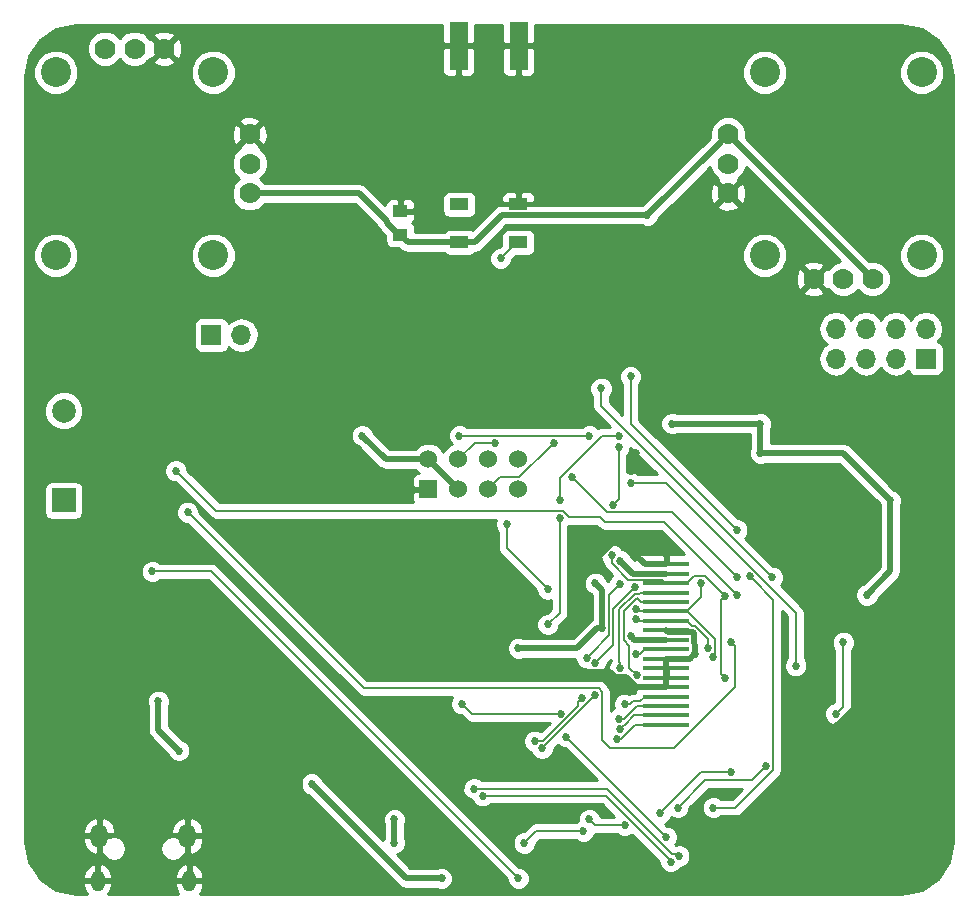
<source format=gbr>
G04 #@! TF.FileFunction,Copper,L2,Bot,Signal*
%FSLAX46Y46*%
G04 Gerber Fmt 4.6, Leading zero omitted, Abs format (unit mm)*
G04 Created by KiCad (PCBNEW 4.0.7-e2-6376~60~ubuntu17.10.1) date Wed Apr 25 03:23:06 2018*
%MOMM*%
%LPD*%
G01*
G04 APERTURE LIST*
%ADD10C,0.100000*%
%ADD11C,0.150000*%
%ADD12R,2.000000X2.000000*%
%ADD13C,2.000000*%
%ADD14R,1.250000X1.000000*%
%ADD15R,1.524000X4.064000*%
%ADD16O,1.450000X2.000000*%
%ADD17O,1.150000X1.800000*%
%ADD18R,1.700000X1.700000*%
%ADD19O,1.700000X1.700000*%
%ADD20R,1.524000X1.524000*%
%ADD21C,1.524000*%
%ADD22R,1.600000X1.000000*%
%ADD23C,1.778000*%
%ADD24C,2.540000*%
%ADD25R,4.000000X0.400000*%
%ADD26C,0.685800*%
%ADD27C,0.200000*%
%ADD28C,0.500000*%
%ADD29C,0.254000*%
G04 APERTURE END LIST*
D10*
D11*
X120188000Y-59588000D03*
X119188000Y-59588000D03*
X118188000Y-59588000D03*
X117188000Y-59588000D03*
X116188000Y-59588000D03*
X115188000Y-59588000D03*
X114188000Y-59588000D03*
X120188000Y-58588000D03*
X119188000Y-58588000D03*
X118188000Y-58588000D03*
X117188000Y-58588000D03*
X116188000Y-58588000D03*
X115188000Y-58588000D03*
X114188000Y-58588000D03*
X120188000Y-57588000D03*
X119188000Y-57588000D03*
X118188000Y-57588000D03*
X117188000Y-57588000D03*
X116188000Y-57588000D03*
X115188000Y-57588000D03*
X114188000Y-57588000D03*
X120188000Y-56588000D03*
X119188000Y-56588000D03*
X118188000Y-56588000D03*
X117188000Y-56588000D03*
X116188000Y-56588000D03*
X115188000Y-56588000D03*
X114188000Y-56588000D03*
X120188000Y-55588000D03*
X119188000Y-55588000D03*
X118188000Y-55588000D03*
X117188000Y-55588000D03*
X116188000Y-55588000D03*
X115188000Y-55588000D03*
X114188000Y-55588000D03*
X120188000Y-54588000D03*
X119188000Y-54588000D03*
X118188000Y-54588000D03*
X117188000Y-54588000D03*
X116188000Y-54588000D03*
X115188000Y-54588000D03*
X114188000Y-54588000D03*
X183188000Y-51588000D03*
X182188000Y-51588000D03*
X181188000Y-51588000D03*
X180188000Y-51588000D03*
X179188000Y-51588000D03*
X178188000Y-51588000D03*
X177188000Y-51588000D03*
X176188000Y-51588000D03*
X155688000Y-64588000D03*
X154688000Y-64588000D03*
X153688000Y-64588000D03*
X152688000Y-64588000D03*
X151688000Y-64588000D03*
X150688000Y-64588000D03*
X143688000Y-88588000D03*
X142688000Y-88588000D03*
X141688000Y-88588000D03*
X140688000Y-88588000D03*
X183188000Y-50588000D03*
X182188000Y-50588000D03*
X181188000Y-50588000D03*
X180188000Y-50588000D03*
X179188000Y-50588000D03*
X178188000Y-50588000D03*
X177188000Y-50588000D03*
X176188000Y-50588000D03*
X155688000Y-63588000D03*
X154688000Y-63588000D03*
X153688000Y-63588000D03*
X152688000Y-63588000D03*
X151688000Y-63588000D03*
X150688000Y-63588000D03*
X143688000Y-87588000D03*
X142688000Y-87588000D03*
X141688000Y-87588000D03*
X140688000Y-87588000D03*
X183188000Y-49588000D03*
X182188000Y-49588000D03*
X181188000Y-49588000D03*
X180188000Y-49588000D03*
X179188000Y-49588000D03*
X178188000Y-49588000D03*
X177188000Y-49588000D03*
X176188000Y-49588000D03*
X155688000Y-62588000D03*
X154688000Y-62588000D03*
X153688000Y-62588000D03*
X152688000Y-62588000D03*
X151688000Y-62588000D03*
X150688000Y-62588000D03*
X143688000Y-86588000D03*
X142688000Y-86588000D03*
X141688000Y-86588000D03*
X140688000Y-86588000D03*
X183188000Y-48588000D03*
X182188000Y-48588000D03*
X181188000Y-48588000D03*
X180188000Y-48588000D03*
X179188000Y-48588000D03*
X178188000Y-48588000D03*
X177188000Y-48588000D03*
X176188000Y-48588000D03*
X155688000Y-61588000D03*
X154688000Y-61588000D03*
X153688000Y-61588000D03*
X152688000Y-61588000D03*
X151688000Y-61588000D03*
X150688000Y-61588000D03*
X143688000Y-85588000D03*
X142688000Y-85588000D03*
X141688000Y-85588000D03*
D12*
X111188000Y-80088000D03*
D13*
X111188000Y-72488000D03*
D14*
X139688000Y-57588000D03*
X139688000Y-55588000D03*
D15*
X149728000Y-41588000D03*
X144648000Y-41588000D03*
D16*
X114213000Y-108488000D03*
X121663000Y-108488000D03*
D17*
X114063000Y-112288000D03*
X121813000Y-112288000D03*
D18*
X184188000Y-68088000D03*
D19*
X184188000Y-65548000D03*
X181648000Y-68088000D03*
X181648000Y-65548000D03*
X179108000Y-68088000D03*
X179108000Y-65548000D03*
X176568000Y-68088000D03*
X176568000Y-65548000D03*
D18*
X123688000Y-66088000D03*
D19*
X126228000Y-66088000D03*
D20*
X142068000Y-79128000D03*
D21*
X142068000Y-76588000D03*
X144608000Y-79128000D03*
X144608000Y-76588000D03*
X147148000Y-79128000D03*
X147148000Y-76588000D03*
X149688000Y-79128000D03*
X149688000Y-76588000D03*
D22*
X149688000Y-55016800D03*
X149688000Y-58216800D03*
X144688000Y-55016800D03*
X144688000Y-58216800D03*
D23*
X179688000Y-61338000D03*
X177188000Y-61338000D03*
X174688000Y-61338000D03*
D24*
X183838000Y-43838000D03*
X183838000Y-59338000D03*
X170538000Y-59338000D03*
X170538000Y-43838000D03*
D23*
X167438000Y-49088000D03*
X167438000Y-51608076D03*
X167438000Y-54088000D03*
X114688000Y-41838000D03*
X117188000Y-41838000D03*
X119688000Y-41838000D03*
D24*
X110538000Y-59338000D03*
X110538000Y-43838000D03*
X123838000Y-43838000D03*
X123838000Y-59338000D03*
D23*
X126938000Y-54088000D03*
X126938000Y-51567924D03*
X126938000Y-49088000D03*
D25*
X162188000Y-85488000D03*
X162188000Y-86288000D03*
X162188000Y-87088000D03*
X162188000Y-87888000D03*
X162188000Y-88688000D03*
X162188000Y-89488000D03*
X162188000Y-90288000D03*
X162188000Y-91088000D03*
X162188000Y-91888000D03*
X162188000Y-92688000D03*
X162188000Y-93488000D03*
X162188000Y-94288000D03*
X162188000Y-95088000D03*
X162188000Y-95888000D03*
X162188000Y-96688000D03*
X162188000Y-97488000D03*
X162188000Y-98288000D03*
X162188000Y-99088000D03*
D11*
X140688000Y-85588000D03*
D26*
X124688000Y-80088000D03*
X120188000Y-91588000D03*
X122188000Y-91588000D03*
X164620622Y-93129169D03*
X152688000Y-94588000D03*
X162188000Y-74588000D03*
X159688000Y-76088000D03*
X159188000Y-77588000D03*
X154188000Y-87088000D03*
X176188000Y-74588000D03*
X173818239Y-74698663D03*
X173818239Y-74698663D03*
X172207576Y-73088000D03*
X180188000Y-95588000D03*
X180188000Y-92088000D03*
X175688000Y-100088000D03*
X142788000Y-107388000D03*
X146188000Y-111088000D03*
X131188000Y-101088000D03*
X130688000Y-105088000D03*
X127688000Y-76588000D03*
X127688000Y-79088000D03*
X144910986Y-97310986D03*
X153267860Y-98167860D03*
X120938854Y-101266174D03*
X119188000Y-97088000D03*
X159188000Y-91588000D03*
X158317502Y-85172300D03*
X139188000Y-107088000D03*
X139188000Y-109088000D03*
X179188000Y-88088000D03*
X181188000Y-80088000D03*
X170188000Y-76088000D03*
X162688000Y-73588000D03*
X170188000Y-73588000D03*
X160606799Y-55919201D03*
X156783299Y-90917043D03*
X136458000Y-74588000D03*
X149688000Y-92588000D03*
X156188000Y-87088000D03*
X143188000Y-112088000D03*
X132188000Y-104088000D03*
X118688000Y-86088000D03*
X149688000Y-112088000D03*
X165751115Y-92582722D03*
X155470027Y-93410123D03*
X157688000Y-80492690D03*
X158267052Y-87167052D03*
X155097946Y-96836157D03*
X151095295Y-100467690D03*
X158188000Y-75588000D03*
X159688000Y-90088000D03*
X176574432Y-98147540D03*
X177188000Y-92088000D03*
X170688000Y-102588000D03*
X163188000Y-106088000D03*
X158688000Y-107588000D03*
X155688000Y-107088000D03*
X159688000Y-93088000D03*
X169267052Y-86508948D03*
X166188000Y-106088000D03*
X166163645Y-93356669D03*
X156188000Y-93842690D03*
X159599939Y-87385721D03*
X156188000Y-96588000D03*
X151688000Y-101088000D03*
X159689842Y-89247945D03*
X165188000Y-87088000D03*
X157615015Y-84715013D03*
X152688000Y-75183310D03*
X167688000Y-103088000D03*
X161688000Y-106588000D03*
X167188000Y-88206952D03*
X167188000Y-95088000D03*
X144688000Y-74588000D03*
X155688000Y-74588000D03*
X168188000Y-82588000D03*
X159188000Y-69588000D03*
X147688000Y-75183310D03*
X154188000Y-78088000D03*
X168188000Y-86588000D03*
X171188000Y-86588000D03*
X156688000Y-70588000D03*
X153188000Y-81588000D03*
X158188000Y-74588000D03*
X153188000Y-80088000D03*
X152188000Y-90588000D03*
X153688000Y-100088000D03*
X162188000Y-108588000D03*
X162587152Y-110656447D03*
X146688000Y-105088000D03*
X163280705Y-110185720D03*
X145935847Y-104492690D03*
X159188000Y-78588000D03*
X173188000Y-94088000D03*
X148188000Y-59588000D03*
X148688000Y-82088000D03*
X152188000Y-87588000D03*
X158282575Y-94285711D03*
X159693536Y-94859041D03*
X167688000Y-92088000D03*
X121688000Y-81088000D03*
X168188000Y-88088000D03*
X120688000Y-77588000D03*
X150188000Y-109088000D03*
X155188000Y-108088000D03*
X158693486Y-97333310D03*
X158032548Y-100270759D03*
X158317529Y-99416143D03*
X158188000Y-98588000D03*
D27*
X124688000Y-80088000D02*
X126688000Y-80088000D01*
X126688000Y-80088000D02*
X127688000Y-79088000D01*
D28*
X122188000Y-91588000D02*
X120188000Y-91588000D01*
X164590401Y-93112322D02*
X164620622Y-93129169D01*
X164620622Y-93129169D02*
X164590401Y-91366079D01*
X164459911Y-91235589D02*
X162335589Y-91235589D01*
X164214723Y-93488000D02*
X164590401Y-93112322D01*
X162335589Y-91235589D02*
X162188000Y-91088000D01*
X164590401Y-91366079D02*
X164459911Y-91235589D01*
X162188000Y-93488000D02*
X164214723Y-93488000D01*
X157481818Y-94588000D02*
X152688000Y-94588000D01*
X162188000Y-95888000D02*
X159668480Y-95888000D01*
X159668480Y-95888000D02*
X158811492Y-95031012D01*
X158811492Y-95031012D02*
X157924830Y-95031012D01*
X157924830Y-95031012D02*
X157481818Y-94588000D01*
X162188000Y-95888000D02*
X162188000Y-95088000D01*
X162188000Y-94288000D02*
X162188000Y-95088000D01*
X162188000Y-93488000D02*
X162188000Y-94288000D01*
X159188000Y-77588000D02*
X159188000Y-76588000D01*
X159188000Y-76588000D02*
X159688000Y-76088000D01*
X157688000Y-83588000D02*
X154188000Y-87088000D01*
X158488000Y-83588000D02*
X157688000Y-83588000D01*
X160388000Y-85488000D02*
X158488000Y-83588000D01*
X162188000Y-85488000D02*
X160388000Y-85488000D01*
X173818239Y-74698663D02*
X176077337Y-74698663D01*
X176077337Y-74698663D02*
X176188000Y-74588000D01*
X172207576Y-73088000D02*
X173475340Y-74355764D01*
X172188000Y-73088000D02*
X172207576Y-73088000D01*
X173475340Y-74355764D02*
X173818239Y-74698663D01*
X180188000Y-95588000D02*
X180188000Y-92088000D01*
X175688000Y-100088000D02*
X180188000Y-95588000D01*
X146188000Y-111088000D02*
X142788000Y-107688000D01*
X142788000Y-107688000D02*
X142788000Y-107388000D01*
X131188000Y-104588000D02*
X131188000Y-101088000D01*
X130688000Y-105088000D02*
X131188000Y-104588000D01*
X127688000Y-79088000D02*
X127688000Y-76588000D01*
D27*
X145253885Y-97653885D02*
X144910986Y-97310986D01*
X153267860Y-98167860D02*
X145767860Y-98167860D01*
X145767860Y-98167860D02*
X145253885Y-97653885D01*
D28*
X120595955Y-100923275D02*
X120938854Y-101266174D01*
X119188000Y-99515320D02*
X120595955Y-100923275D01*
X119188000Y-97088000D02*
X119188000Y-99515320D01*
X162188000Y-91888000D02*
X159488000Y-91888000D01*
X159488000Y-91888000D02*
X159188000Y-91588000D01*
X158660401Y-85515199D02*
X158317502Y-85172300D01*
X159433202Y-86288000D02*
X158660401Y-85515199D01*
X162188000Y-86288000D02*
X159433202Y-86288000D01*
X139188000Y-109088000D02*
X139188000Y-107088000D01*
X181188000Y-80088000D02*
X181188000Y-86088000D01*
X181188000Y-86088000D02*
X179188000Y-88088000D01*
X170188000Y-76088000D02*
X177188000Y-76088000D01*
X177188000Y-76088000D02*
X181188000Y-80088000D01*
X170188000Y-73588000D02*
X170188000Y-76088000D01*
X170188000Y-73588000D02*
X162688000Y-73588000D01*
X156188000Y-87088000D02*
X156783299Y-87683299D01*
X156358948Y-90917052D02*
X156783290Y-90917052D01*
X156783299Y-90432110D02*
X156783299Y-90917043D01*
X149688000Y-92588000D02*
X154688000Y-92588000D01*
X154688000Y-92588000D02*
X156358948Y-90917052D01*
X156783299Y-87683299D02*
X156783299Y-90432110D01*
X156783290Y-90917052D02*
X156783299Y-90917043D01*
X142068000Y-76588000D02*
X144608000Y-79128000D01*
X142068000Y-76588000D02*
X138458000Y-76588000D01*
X138458000Y-76588000D02*
X136458000Y-74588000D01*
X167438000Y-49088000D02*
X179688000Y-61338000D01*
X144688000Y-58216800D02*
X145988000Y-58216800D01*
X145988000Y-58216800D02*
X148285599Y-55919201D01*
X160606799Y-55919201D02*
X166549001Y-49976999D01*
X148285599Y-55919201D02*
X160606799Y-55919201D01*
X166549001Y-49976999D02*
X167438000Y-49088000D01*
X126938000Y-54088000D02*
X136188000Y-54088000D01*
X136188000Y-54088000D02*
X138563000Y-56463000D01*
X138563000Y-56463000D02*
X138563000Y-56588000D01*
X139563000Y-57588000D02*
X139688000Y-57588000D01*
X138563000Y-56588000D02*
X139563000Y-57588000D01*
X144688000Y-58216800D02*
X140316800Y-58216800D01*
X140316800Y-58216800D02*
X139688000Y-57588000D01*
X140188000Y-112088000D02*
X143188000Y-112088000D01*
X132188000Y-104088000D02*
X140188000Y-112088000D01*
D27*
X119172933Y-86088000D02*
X118688000Y-86088000D01*
X149688000Y-112088000D02*
X123688000Y-86088000D01*
X123688000Y-86088000D02*
X119172933Y-86088000D01*
X165751115Y-92097789D02*
X165751115Y-92582722D01*
X164388000Y-90688000D02*
X164622838Y-90688000D01*
X164622838Y-90688000D02*
X165751115Y-91816277D01*
X165751115Y-91816277D02*
X165751115Y-92097789D01*
X163988000Y-90288000D02*
X164388000Y-90688000D01*
X162188000Y-90288000D02*
X163988000Y-90288000D01*
X157378610Y-91501540D02*
X155812926Y-93067224D01*
X158267052Y-87167052D02*
X157378610Y-88055494D01*
X157378610Y-88055494D02*
X157378610Y-91501540D01*
X155812926Y-93067224D02*
X155470027Y-93410123D01*
X158188000Y-75588000D02*
X158188000Y-79992690D01*
X158030899Y-80149791D02*
X157688000Y-80492690D01*
X158188000Y-79992690D02*
X158030899Y-80149791D01*
X154755047Y-97522569D02*
X154755047Y-97179056D01*
X151095295Y-100467690D02*
X151809926Y-100467690D01*
X151809926Y-100467690D02*
X154755047Y-97522569D01*
X154755047Y-97179056D02*
X155097946Y-96836157D01*
X159888000Y-90288000D02*
X159688000Y-90088000D01*
X162188000Y-90288000D02*
X159888000Y-90288000D01*
X176917331Y-97804641D02*
X176574432Y-98147540D01*
X177188000Y-92088000D02*
X177188000Y-97533972D01*
X177188000Y-97533972D02*
X176917331Y-97804641D01*
X163188000Y-106088000D02*
X165497389Y-103778611D01*
X165497389Y-103778611D02*
X169497389Y-103778611D01*
X169497389Y-103778611D02*
X170688000Y-102588000D01*
X155688000Y-107088000D02*
X156188000Y-107588000D01*
X156188000Y-107588000D02*
X158688000Y-107588000D01*
X162188000Y-92688000D02*
X160388000Y-92688000D01*
X159988000Y-93088000D02*
X159688000Y-93088000D01*
X160388000Y-92688000D02*
X159988000Y-93088000D01*
X169609951Y-86851847D02*
X169267052Y-86508948D01*
X171283302Y-88525198D02*
X169609951Y-86851847D01*
X166188000Y-106088000D02*
X168069048Y-106088000D01*
X171283302Y-102873746D02*
X171283302Y-88525198D01*
X168069048Y-106088000D02*
X171283302Y-102873746D01*
X163988000Y-89488000D02*
X166346417Y-91846417D01*
X166346417Y-91846417D02*
X166346417Y-93173897D01*
X166346417Y-93173897D02*
X166163645Y-93356669D01*
X159599939Y-87385721D02*
X157731020Y-89254640D01*
X157731020Y-89254640D02*
X157731020Y-92299670D01*
X156530899Y-93499791D02*
X156188000Y-93842690D01*
X157731020Y-92299670D02*
X156530899Y-93499791D01*
X151688000Y-101088000D02*
X156188000Y-96588000D01*
X159929897Y-89488000D02*
X159689842Y-89247945D01*
X162188000Y-89488000D02*
X159929897Y-89488000D01*
X163988000Y-89488000D02*
X165188000Y-88288000D01*
X165188000Y-88288000D02*
X165188000Y-87088000D01*
X162188000Y-89488000D02*
X163988000Y-89488000D01*
X161890411Y-86790411D02*
X159009363Y-86790411D01*
X157615015Y-85199946D02*
X157615015Y-84715013D01*
X157615015Y-85396063D02*
X157615015Y-85199946D01*
X159009363Y-86790411D02*
X157615015Y-85396063D01*
X162188000Y-87088000D02*
X161890411Y-86790411D01*
X148162401Y-78113599D02*
X149757711Y-78113599D01*
X147148000Y-79128000D02*
X148162401Y-78113599D01*
X149757711Y-78113599D02*
X152345101Y-75526209D01*
X152345101Y-75526209D02*
X152688000Y-75183310D01*
X161688000Y-106588000D02*
X165188000Y-103088000D01*
X165188000Y-103088000D02*
X167203067Y-103088000D01*
X167203067Y-103088000D02*
X167688000Y-103088000D01*
X167188000Y-95088000D02*
X166845101Y-94745101D01*
X166845101Y-94745101D02*
X166845101Y-88549851D01*
X166845101Y-88549851D02*
X167188000Y-88206952D01*
X163988000Y-87088000D02*
X162188000Y-87088000D01*
X164583302Y-86492698D02*
X163988000Y-87088000D01*
X165473746Y-86492698D02*
X164583302Y-86492698D01*
X167188000Y-88206952D02*
X165473746Y-86492698D01*
X155688000Y-74588000D02*
X144688000Y-74588000D01*
X159188000Y-69588000D02*
X159188000Y-73588000D01*
X159188000Y-73588000D02*
X168188000Y-82588000D01*
X146012690Y-75183310D02*
X147203067Y-75183310D01*
X144608000Y-76588000D02*
X146012690Y-75183310D01*
X147203067Y-75183310D02*
X147688000Y-75183310D01*
X162688000Y-81088000D02*
X157188000Y-81088000D01*
X157188000Y-81088000D02*
X154188000Y-78088000D01*
X168188000Y-86588000D02*
X162688000Y-81088000D01*
X156688000Y-70588000D02*
X156688000Y-72088000D01*
X156688000Y-72088000D02*
X171188000Y-86588000D01*
X153185590Y-82075343D02*
X153188000Y-82072933D01*
X152188000Y-90588000D02*
X153185590Y-89590410D01*
X153185590Y-89590410D02*
X153185590Y-82075343D01*
X153188000Y-82072933D02*
X153188000Y-81588000D01*
X153188000Y-80088000D02*
X153188000Y-78206952D01*
X153188000Y-78206952D02*
X156806952Y-74588000D01*
X156806952Y-74588000D02*
X157703067Y-74588000D01*
X157703067Y-74588000D02*
X158188000Y-74588000D01*
X162188000Y-108588000D02*
X153688000Y-100088000D01*
X162244253Y-110313548D02*
X162587152Y-110656447D01*
X159283302Y-107352597D02*
X162244253Y-110313548D01*
X159283302Y-107302254D02*
X159283302Y-107352597D01*
X157069048Y-105088000D02*
X159283302Y-107302254D01*
X146688000Y-105088000D02*
X157069048Y-105088000D01*
X162795772Y-109992690D02*
X163280705Y-109992690D01*
X163280705Y-109992690D02*
X163280705Y-110185720D01*
X162711644Y-109992690D02*
X162795772Y-109992690D01*
X157211644Y-104492690D02*
X162711644Y-109992690D01*
X145935847Y-104492690D02*
X157211644Y-104492690D01*
X173188000Y-89588000D02*
X162188000Y-78588000D01*
X162188000Y-78588000D02*
X159188000Y-78588000D01*
X173188000Y-94088000D02*
X173188000Y-89588000D01*
X148188000Y-59588000D02*
X149559200Y-58216800D01*
X149559200Y-58216800D02*
X149688000Y-58216800D01*
X152188000Y-87588000D02*
X148688000Y-84088000D01*
X148688000Y-84088000D02*
X148688000Y-82088000D01*
X158282575Y-93800778D02*
X158282575Y-94285711D01*
X158240288Y-93758491D02*
X158282575Y-93800778D01*
X158240288Y-89318069D02*
X158240288Y-93758491D01*
X162188000Y-87888000D02*
X159988000Y-87888000D01*
X159894977Y-87981023D02*
X159577334Y-87981023D01*
X159577334Y-87981023D02*
X158240288Y-89318069D01*
X159988000Y-87888000D02*
X159894977Y-87981023D01*
X159092699Y-92373747D02*
X159092699Y-94258204D01*
X160077875Y-88688000D02*
X159723308Y-88333433D01*
X158592698Y-89464043D02*
X158592698Y-91873746D01*
X159723308Y-88333433D02*
X158592698Y-89464043D01*
X158592698Y-91873746D02*
X159092699Y-92373747D01*
X162188000Y-88688000D02*
X160077875Y-88688000D01*
X159092699Y-94258204D02*
X159693536Y-94859041D01*
X168030899Y-95899423D02*
X168030899Y-92430899D01*
X157465057Y-101088000D02*
X162842322Y-101088000D01*
X156783302Y-100406245D02*
X157465057Y-101088000D01*
X168030899Y-92430899D02*
X167688000Y-92088000D01*
X156473746Y-95992698D02*
X156783302Y-96302254D01*
X156783302Y-96302254D02*
X156783302Y-100406245D01*
X136592698Y-95992698D02*
X156473746Y-95992698D01*
X162842322Y-101088000D02*
X168030899Y-95899423D01*
X121688000Y-81088000D02*
X136592698Y-95992698D01*
X153973746Y-81492698D02*
X156594314Y-81492698D01*
X167845101Y-87745101D02*
X168188000Y-88088000D01*
X124092698Y-80992698D02*
X153473746Y-80992698D01*
X153473746Y-80992698D02*
X153973746Y-81492698D01*
X120688000Y-77588000D02*
X124092698Y-80992698D01*
X156594314Y-81492698D02*
X157042027Y-81940411D01*
X157042027Y-81940411D02*
X162040411Y-81940411D01*
X162040411Y-81940411D02*
X167845101Y-87745101D01*
X155188000Y-108088000D02*
X151188000Y-108088000D01*
X151188000Y-108088000D02*
X150188000Y-109088000D01*
X159985589Y-97090411D02*
X159421318Y-97090411D01*
X162188000Y-96688000D02*
X160388000Y-96688000D01*
X160388000Y-96688000D02*
X159985589Y-97090411D01*
X159178419Y-97333310D02*
X158693486Y-97333310D01*
X159421318Y-97090411D02*
X159178419Y-97333310D01*
X159526718Y-99088000D02*
X158343959Y-100270759D01*
X158343959Y-100270759D02*
X158032548Y-100270759D01*
X162188000Y-99088000D02*
X159526718Y-99088000D01*
X158701140Y-99073244D02*
X158660428Y-99073244D01*
X162188000Y-98288000D02*
X159486384Y-98288000D01*
X159486384Y-98288000D02*
X158701140Y-99073244D01*
X158660428Y-99073244D02*
X158317529Y-99416143D01*
X158188000Y-98588000D02*
X158672933Y-98588000D01*
X159988000Y-97488000D02*
X162188000Y-97488000D01*
X159772933Y-97488000D02*
X159988000Y-97488000D01*
X158672933Y-98588000D02*
X159772933Y-97488000D01*
D29*
G36*
X143251000Y-41302250D02*
X143409750Y-41461000D01*
X144521000Y-41461000D01*
X144521000Y-41441000D01*
X144775000Y-41441000D01*
X144775000Y-41461000D01*
X145886250Y-41461000D01*
X146045000Y-41302250D01*
X146045000Y-39798000D01*
X148331000Y-39798000D01*
X148331000Y-41302250D01*
X148489750Y-41461000D01*
X149601000Y-41461000D01*
X149601000Y-41441000D01*
X149855000Y-41441000D01*
X149855000Y-41461000D01*
X150966250Y-41461000D01*
X151125000Y-41302250D01*
X151125000Y-39798000D01*
X182118069Y-39798000D01*
X183824390Y-40137408D01*
X185211654Y-41064349D01*
X186138592Y-42451610D01*
X186478000Y-44157931D01*
X186478000Y-109018069D01*
X186138592Y-110724390D01*
X185211654Y-112111651D01*
X183824390Y-113038592D01*
X182118069Y-113378000D01*
X122728791Y-113378000D01*
X122882293Y-113193380D01*
X123023000Y-112740000D01*
X123023000Y-112415000D01*
X121940000Y-112415000D01*
X121940000Y-112435000D01*
X121686000Y-112435000D01*
X121686000Y-112415000D01*
X120603000Y-112415000D01*
X120603000Y-112740000D01*
X120743707Y-113193380D01*
X120897209Y-113378000D01*
X114978791Y-113378000D01*
X115132293Y-113193380D01*
X115273000Y-112740000D01*
X115273000Y-112415000D01*
X114190000Y-112415000D01*
X114190000Y-112435000D01*
X113936000Y-112435000D01*
X113936000Y-112415000D01*
X112853000Y-112415000D01*
X112853000Y-112740000D01*
X112993707Y-113193380D01*
X113147209Y-113378000D01*
X112257931Y-113378000D01*
X110551610Y-113038592D01*
X109164349Y-112111654D01*
X108980163Y-111836000D01*
X112853000Y-111836000D01*
X112853000Y-112161000D01*
X113936000Y-112161000D01*
X113936000Y-110919450D01*
X114190000Y-110919450D01*
X114190000Y-112161000D01*
X115273000Y-112161000D01*
X115273000Y-111836000D01*
X120603000Y-111836000D01*
X120603000Y-112161000D01*
X121686000Y-112161000D01*
X121686000Y-110919450D01*
X121940000Y-110919450D01*
X121940000Y-112161000D01*
X123023000Y-112161000D01*
X123023000Y-111836000D01*
X122882293Y-111382620D01*
X122578796Y-111017598D01*
X122158714Y-110796505D01*
X122126677Y-110794365D01*
X121940000Y-110919450D01*
X121686000Y-110919450D01*
X121499323Y-110794365D01*
X121467286Y-110796505D01*
X121047204Y-111017598D01*
X120743707Y-111382620D01*
X120603000Y-111836000D01*
X115273000Y-111836000D01*
X115132293Y-111382620D01*
X114828796Y-111017598D01*
X114408714Y-110796505D01*
X114376677Y-110794365D01*
X114190000Y-110919450D01*
X113936000Y-110919450D01*
X113749323Y-110794365D01*
X113717286Y-110796505D01*
X113297204Y-111017598D01*
X112993707Y-111382620D01*
X112853000Y-111836000D01*
X108980163Y-111836000D01*
X108237408Y-110724390D01*
X107898000Y-109018069D01*
X107898000Y-108615000D01*
X112853000Y-108615000D01*
X112853000Y-108890000D01*
X113005125Y-109400782D01*
X113341138Y-109814467D01*
X113809884Y-110068076D01*
X113875742Y-110080519D01*
X114086000Y-109957518D01*
X114086000Y-108615000D01*
X114340000Y-108615000D01*
X114340000Y-109957518D01*
X114550258Y-110080519D01*
X114558337Y-110078993D01*
X114685867Y-110269856D01*
X115021646Y-110494215D01*
X115417723Y-110573000D01*
X115458277Y-110573000D01*
X115854354Y-110494215D01*
X116190133Y-110269856D01*
X116414492Y-109934077D01*
X116493277Y-109538000D01*
X119382723Y-109538000D01*
X119461508Y-109934077D01*
X119685867Y-110269856D01*
X120021646Y-110494215D01*
X120417723Y-110573000D01*
X120458277Y-110573000D01*
X120854354Y-110494215D01*
X121190133Y-110269856D01*
X121317663Y-110078993D01*
X121325742Y-110080519D01*
X121536000Y-109957518D01*
X121536000Y-108615000D01*
X121790000Y-108615000D01*
X121790000Y-109957518D01*
X122000258Y-110080519D01*
X122066116Y-110068076D01*
X122534862Y-109814467D01*
X122870875Y-109400782D01*
X123023000Y-108890000D01*
X123023000Y-108615000D01*
X121790000Y-108615000D01*
X121536000Y-108615000D01*
X120904064Y-108615000D01*
X120854354Y-108581785D01*
X120458277Y-108503000D01*
X120417723Y-108503000D01*
X120021646Y-108581785D01*
X119685867Y-108806144D01*
X119461508Y-109141923D01*
X119382723Y-109538000D01*
X116493277Y-109538000D01*
X116414492Y-109141923D01*
X116190133Y-108806144D01*
X115854354Y-108581785D01*
X115458277Y-108503000D01*
X115417723Y-108503000D01*
X115021646Y-108581785D01*
X114971936Y-108615000D01*
X114340000Y-108615000D01*
X114086000Y-108615000D01*
X112853000Y-108615000D01*
X107898000Y-108615000D01*
X107898000Y-108086000D01*
X112853000Y-108086000D01*
X112853000Y-108361000D01*
X114086000Y-108361000D01*
X114086000Y-107018482D01*
X114340000Y-107018482D01*
X114340000Y-108361000D01*
X115573000Y-108361000D01*
X115573000Y-108086000D01*
X120303000Y-108086000D01*
X120303000Y-108361000D01*
X121536000Y-108361000D01*
X121536000Y-107018482D01*
X121790000Y-107018482D01*
X121790000Y-108361000D01*
X123023000Y-108361000D01*
X123023000Y-108086000D01*
X122870875Y-107575218D01*
X122534862Y-107161533D01*
X122066116Y-106907924D01*
X122000258Y-106895481D01*
X121790000Y-107018482D01*
X121536000Y-107018482D01*
X121325742Y-106895481D01*
X121259884Y-106907924D01*
X120791138Y-107161533D01*
X120455125Y-107575218D01*
X120303000Y-108086000D01*
X115573000Y-108086000D01*
X115420875Y-107575218D01*
X115084862Y-107161533D01*
X114616116Y-106907924D01*
X114550258Y-106895481D01*
X114340000Y-107018482D01*
X114086000Y-107018482D01*
X113875742Y-106895481D01*
X113809884Y-106907924D01*
X113341138Y-107161533D01*
X113005125Y-107575218D01*
X112853000Y-108086000D01*
X107898000Y-108086000D01*
X107898000Y-104281663D01*
X131209931Y-104281663D01*
X131358493Y-104641212D01*
X131633341Y-104916540D01*
X131858422Y-105010002D01*
X139562208Y-112713787D01*
X139562210Y-112713790D01*
X139849325Y-112905633D01*
X140188000Y-112973000D01*
X142769312Y-112973000D01*
X142992630Y-113065730D01*
X143381663Y-113066069D01*
X143741212Y-112917507D01*
X144016540Y-112642659D01*
X144165730Y-112283370D01*
X144166069Y-111894337D01*
X144017507Y-111534788D01*
X143742659Y-111259460D01*
X143383370Y-111110270D01*
X142994337Y-111109931D01*
X142769092Y-111203000D01*
X140554579Y-111203000D01*
X139407127Y-110055548D01*
X139741212Y-109917507D01*
X140016540Y-109642659D01*
X140165730Y-109283370D01*
X140166069Y-108894337D01*
X140073000Y-108669092D01*
X140073000Y-107506688D01*
X140165730Y-107283370D01*
X140166069Y-106894337D01*
X140017507Y-106534788D01*
X139742659Y-106259460D01*
X139383370Y-106110270D01*
X138994337Y-106109931D01*
X138634788Y-106258493D01*
X138359460Y-106533341D01*
X138210270Y-106892630D01*
X138209931Y-107281663D01*
X138303000Y-107506908D01*
X138303000Y-108669312D01*
X138220228Y-108868649D01*
X133109846Y-103758266D01*
X133017507Y-103534788D01*
X132742659Y-103259460D01*
X132383370Y-103110270D01*
X131994337Y-103109931D01*
X131634788Y-103258493D01*
X131359460Y-103533341D01*
X131210270Y-103892630D01*
X131209931Y-104281663D01*
X107898000Y-104281663D01*
X107898000Y-97281663D01*
X118209931Y-97281663D01*
X118303000Y-97506908D01*
X118303000Y-99515315D01*
X118302999Y-99515320D01*
X118353073Y-99767051D01*
X118370367Y-99853995D01*
X118551428Y-100124973D01*
X118562210Y-100141110D01*
X119970163Y-101549062D01*
X119970165Y-101549065D01*
X120017008Y-101595908D01*
X120109347Y-101819386D01*
X120384195Y-102094714D01*
X120743484Y-102243904D01*
X121132517Y-102244243D01*
X121492066Y-102095681D01*
X121767394Y-101820833D01*
X121916584Y-101461544D01*
X121916923Y-101072511D01*
X121768361Y-100712962D01*
X121493513Y-100437634D01*
X121268432Y-100344172D01*
X121221745Y-100297485D01*
X121221742Y-100297483D01*
X120073000Y-99148740D01*
X120073000Y-97506688D01*
X120165730Y-97283370D01*
X120166069Y-96894337D01*
X120017507Y-96534788D01*
X119742659Y-96259460D01*
X119383370Y-96110270D01*
X118994337Y-96109931D01*
X118634788Y-96258493D01*
X118359460Y-96533341D01*
X118210270Y-96892630D01*
X118209931Y-97281663D01*
X107898000Y-97281663D01*
X107898000Y-86281663D01*
X117709931Y-86281663D01*
X117858493Y-86641212D01*
X118133341Y-86916540D01*
X118492630Y-87065730D01*
X118881663Y-87066069D01*
X119241212Y-86917507D01*
X119335884Y-86823000D01*
X123383554Y-86823000D01*
X148710046Y-112149493D01*
X148709931Y-112281663D01*
X148858493Y-112641212D01*
X149133341Y-112916540D01*
X149492630Y-113065730D01*
X149881663Y-113066069D01*
X150241212Y-112917507D01*
X150516540Y-112642659D01*
X150665730Y-112283370D01*
X150666069Y-111894337D01*
X150517507Y-111534788D01*
X150242659Y-111259460D01*
X149883370Y-111110270D01*
X149749600Y-111110153D01*
X124207723Y-85568277D01*
X123969272Y-85408949D01*
X123688000Y-85353000D01*
X119336036Y-85353000D01*
X119242659Y-85259460D01*
X118883370Y-85110270D01*
X118494337Y-85109931D01*
X118134788Y-85258493D01*
X117859460Y-85533341D01*
X117710270Y-85892630D01*
X117709931Y-86281663D01*
X107898000Y-86281663D01*
X107898000Y-79088000D01*
X109540560Y-79088000D01*
X109540560Y-81088000D01*
X109584838Y-81323317D01*
X109723910Y-81539441D01*
X109936110Y-81684431D01*
X110188000Y-81735440D01*
X112188000Y-81735440D01*
X112423317Y-81691162D01*
X112639441Y-81552090D01*
X112784431Y-81339890D01*
X112835440Y-81088000D01*
X112835440Y-79088000D01*
X112791162Y-78852683D01*
X112652090Y-78636559D01*
X112439890Y-78491569D01*
X112188000Y-78440560D01*
X110188000Y-78440560D01*
X109952683Y-78484838D01*
X109736559Y-78623910D01*
X109591569Y-78836110D01*
X109540560Y-79088000D01*
X107898000Y-79088000D01*
X107898000Y-77781663D01*
X119709931Y-77781663D01*
X119858493Y-78141212D01*
X120133341Y-78416540D01*
X120492630Y-78565730D01*
X120626400Y-78565847D01*
X123572974Y-81512421D01*
X123718909Y-81609931D01*
X123811426Y-81671749D01*
X124092698Y-81727698D01*
X147778756Y-81727698D01*
X147710270Y-81892630D01*
X147709931Y-82281663D01*
X147858493Y-82641212D01*
X147953000Y-82735884D01*
X147953000Y-84088000D01*
X148003682Y-84342793D01*
X148008949Y-84369272D01*
X148168277Y-84607723D01*
X151210046Y-87649493D01*
X151209931Y-87781663D01*
X151358493Y-88141212D01*
X151633341Y-88416540D01*
X151992630Y-88565730D01*
X152381663Y-88566069D01*
X152450590Y-88537589D01*
X152450590Y-89285963D01*
X152126507Y-89610046D01*
X151994337Y-89609931D01*
X151634788Y-89758493D01*
X151359460Y-90033341D01*
X151210270Y-90392630D01*
X151209931Y-90781663D01*
X151358493Y-91141212D01*
X151633341Y-91416540D01*
X151992630Y-91565730D01*
X152381663Y-91566069D01*
X152741212Y-91417507D01*
X153016540Y-91142659D01*
X153165730Y-90783370D01*
X153165847Y-90649600D01*
X153705313Y-90110134D01*
X153864641Y-89871682D01*
X153877642Y-89806320D01*
X153920590Y-89590410D01*
X153920590Y-82238442D01*
X153938396Y-82220666D01*
X153973746Y-82227698D01*
X156289868Y-82227698D01*
X156522304Y-82460135D01*
X156724244Y-82595066D01*
X156760755Y-82619462D01*
X157042027Y-82675411D01*
X161735965Y-82675411D01*
X163713554Y-84653000D01*
X162473750Y-84653000D01*
X162315000Y-84811750D01*
X162315000Y-85388000D01*
X162335000Y-85388000D01*
X162335000Y-85432240D01*
X162188000Y-85403000D01*
X162041000Y-85403000D01*
X162041000Y-85388000D01*
X162061000Y-85388000D01*
X162061000Y-84811750D01*
X161902250Y-84653000D01*
X160061691Y-84653000D01*
X159828302Y-84749673D01*
X159649673Y-84928301D01*
X159554603Y-85157821D01*
X159286191Y-84889409D01*
X159286188Y-84889407D01*
X159239348Y-84842567D01*
X159147009Y-84619088D01*
X158872161Y-84343760D01*
X158512872Y-84194570D01*
X158458042Y-84194522D01*
X158444522Y-84161801D01*
X158169674Y-83886473D01*
X157810385Y-83737283D01*
X157421352Y-83736944D01*
X157061803Y-83885506D01*
X156786475Y-84160354D01*
X156637285Y-84519643D01*
X156636946Y-84908676D01*
X156785508Y-85268225D01*
X156880015Y-85362897D01*
X156880015Y-85396063D01*
X156922624Y-85610270D01*
X156935964Y-85677335D01*
X157095292Y-85915786D01*
X157615359Y-86435854D01*
X157438512Y-86612393D01*
X157299280Y-86947701D01*
X157109846Y-86758267D01*
X157017507Y-86534788D01*
X156742659Y-86259460D01*
X156383370Y-86110270D01*
X155994337Y-86109931D01*
X155634788Y-86258493D01*
X155359460Y-86533341D01*
X155210270Y-86892630D01*
X155209931Y-87281663D01*
X155358493Y-87641212D01*
X155633341Y-87916540D01*
X155858423Y-88010002D01*
X155898299Y-88049878D01*
X155898299Y-90180919D01*
X155733158Y-90291262D01*
X155733156Y-90291265D01*
X154321420Y-91703000D01*
X150106688Y-91703000D01*
X149883370Y-91610270D01*
X149494337Y-91609931D01*
X149134788Y-91758493D01*
X148859460Y-92033341D01*
X148710270Y-92392630D01*
X148709931Y-92781663D01*
X148858493Y-93141212D01*
X149133341Y-93416540D01*
X149492630Y-93565730D01*
X149881663Y-93566069D01*
X150106908Y-93473000D01*
X154492072Y-93473000D01*
X154491958Y-93603786D01*
X154640520Y-93963335D01*
X154915368Y-94238663D01*
X155274657Y-94387853D01*
X155355196Y-94387923D01*
X155358493Y-94395902D01*
X155633341Y-94671230D01*
X155992630Y-94820420D01*
X156381663Y-94820759D01*
X156741212Y-94672197D01*
X157016540Y-94397349D01*
X157165730Y-94038060D01*
X157165847Y-93904290D01*
X157505288Y-93564848D01*
X157505288Y-93679888D01*
X157454035Y-93731052D01*
X157304845Y-94090341D01*
X157304506Y-94479374D01*
X157453068Y-94838923D01*
X157727916Y-95114251D01*
X158087205Y-95263441D01*
X158476238Y-95263780D01*
X158755077Y-95148567D01*
X158864029Y-95412253D01*
X159138877Y-95687581D01*
X159498166Y-95836771D01*
X159854265Y-95837081D01*
X159964288Y-95882654D01*
X159952683Y-95884838D01*
X159792365Y-95988000D01*
X159711750Y-95988000D01*
X159553000Y-96146750D01*
X159553000Y-96214310D01*
X159581870Y-96284007D01*
X159567410Y-96355411D01*
X159421318Y-96355411D01*
X159140046Y-96411360D01*
X159095259Y-96441286D01*
X158888856Y-96355580D01*
X158499823Y-96355241D01*
X158140274Y-96503803D01*
X157864946Y-96778651D01*
X157715756Y-97137940D01*
X157715417Y-97526973D01*
X157785370Y-97696274D01*
X157634788Y-97758493D01*
X157518302Y-97874776D01*
X157518302Y-96302254D01*
X157462353Y-96020982D01*
X157416929Y-95953000D01*
X157303025Y-95782530D01*
X156993469Y-95472975D01*
X156755018Y-95313647D01*
X156473746Y-95257698D01*
X136897145Y-95257698D01*
X122665954Y-81026508D01*
X122666069Y-80894337D01*
X122517507Y-80534788D01*
X122242659Y-80259460D01*
X121883370Y-80110270D01*
X121494337Y-80109931D01*
X121134788Y-80258493D01*
X120859460Y-80533341D01*
X120710270Y-80892630D01*
X120709931Y-81281663D01*
X120858493Y-81641212D01*
X121133341Y-81916540D01*
X121492630Y-82065730D01*
X121626401Y-82065847D01*
X136072974Y-96512421D01*
X136243447Y-96626327D01*
X136311426Y-96671749D01*
X136592698Y-96727698D01*
X144111125Y-96727698D01*
X144082446Y-96756327D01*
X143933256Y-97115616D01*
X143932917Y-97504649D01*
X144081479Y-97864198D01*
X144356327Y-98139526D01*
X144715616Y-98288716D01*
X144849386Y-98288833D01*
X145248136Y-98687583D01*
X145486587Y-98846911D01*
X145533254Y-98856193D01*
X145767860Y-98902860D01*
X152335310Y-98902860D01*
X151613964Y-99624206D01*
X151290665Y-99489960D01*
X150901632Y-99489621D01*
X150542083Y-99638183D01*
X150266755Y-99913031D01*
X150117565Y-100272320D01*
X150117226Y-100661353D01*
X150265788Y-101020902D01*
X150540636Y-101296230D01*
X150752258Y-101384103D01*
X150858493Y-101641212D01*
X151133341Y-101916540D01*
X151492630Y-102065730D01*
X151881663Y-102066069D01*
X152241212Y-101917507D01*
X152516540Y-101642659D01*
X152665730Y-101283370D01*
X152665847Y-101149600D01*
X153016226Y-100799220D01*
X153133341Y-100916540D01*
X153492630Y-101065730D01*
X153626401Y-101065847D01*
X156318244Y-103757690D01*
X146583883Y-103757690D01*
X146490506Y-103664150D01*
X146131217Y-103514960D01*
X145742184Y-103514621D01*
X145382635Y-103663183D01*
X145107307Y-103938031D01*
X144958117Y-104297320D01*
X144957778Y-104686353D01*
X145106340Y-105045902D01*
X145381188Y-105321230D01*
X145740477Y-105470420D01*
X145787941Y-105470461D01*
X145858493Y-105641212D01*
X146133341Y-105916540D01*
X146492630Y-106065730D01*
X146881663Y-106066069D01*
X147241212Y-105917507D01*
X147335884Y-105823000D01*
X156764602Y-105823000D01*
X157794601Y-106853000D01*
X156648989Y-106853000D01*
X156517507Y-106534788D01*
X156242659Y-106259460D01*
X155883370Y-106110270D01*
X155494337Y-106109931D01*
X155134788Y-106258493D01*
X154859460Y-106533341D01*
X154710270Y-106892630D01*
X154709978Y-107227425D01*
X154634788Y-107258493D01*
X154540116Y-107353000D01*
X151188000Y-107353000D01*
X150906728Y-107408949D01*
X150668277Y-107568276D01*
X150126507Y-108110046D01*
X149994337Y-108109931D01*
X149634788Y-108258493D01*
X149359460Y-108533341D01*
X149210270Y-108892630D01*
X149209931Y-109281663D01*
X149358493Y-109641212D01*
X149633341Y-109916540D01*
X149992630Y-110065730D01*
X150381663Y-110066069D01*
X150741212Y-109917507D01*
X151016540Y-109642659D01*
X151165730Y-109283370D01*
X151165847Y-109149600D01*
X151492447Y-108823000D01*
X154539964Y-108823000D01*
X154633341Y-108916540D01*
X154992630Y-109065730D01*
X155381663Y-109066069D01*
X155741212Y-108917507D01*
X156016540Y-108642659D01*
X156152229Y-108315885D01*
X156188000Y-108323000D01*
X158039964Y-108323000D01*
X158133341Y-108416540D01*
X158492630Y-108565730D01*
X158881663Y-108566069D01*
X159241212Y-108417507D01*
X159275018Y-108383760D01*
X161609198Y-110717940D01*
X161609083Y-110850110D01*
X161757645Y-111209659D01*
X162032493Y-111484987D01*
X162391782Y-111634177D01*
X162780815Y-111634516D01*
X163140364Y-111485954D01*
X163415692Y-111211106D01*
X163435354Y-111163755D01*
X163474368Y-111163789D01*
X163833917Y-111015227D01*
X164109245Y-110740379D01*
X164258435Y-110381090D01*
X164258774Y-109992057D01*
X164110212Y-109632508D01*
X163835364Y-109357180D01*
X163476075Y-109207990D01*
X163087042Y-109207651D01*
X163001427Y-109243026D01*
X162958750Y-109200349D01*
X163016540Y-109142659D01*
X163165730Y-108783370D01*
X163166069Y-108394337D01*
X163017507Y-108034788D01*
X162742659Y-107759460D01*
X162383370Y-107610270D01*
X162249600Y-107610153D01*
X162110827Y-107471381D01*
X162241212Y-107417507D01*
X162516540Y-107142659D01*
X162617163Y-106900333D01*
X162633341Y-106916540D01*
X162992630Y-107065730D01*
X163381663Y-107066069D01*
X163741212Y-106917507D01*
X164016540Y-106642659D01*
X164165730Y-106283370D01*
X164165847Y-106149600D01*
X165801836Y-104513611D01*
X168603991Y-104513611D01*
X167764602Y-105353000D01*
X166836036Y-105353000D01*
X166742659Y-105259460D01*
X166383370Y-105110270D01*
X165994337Y-105109931D01*
X165634788Y-105258493D01*
X165359460Y-105533341D01*
X165210270Y-105892630D01*
X165209931Y-106281663D01*
X165358493Y-106641212D01*
X165633341Y-106916540D01*
X165992630Y-107065730D01*
X166381663Y-107066069D01*
X166741212Y-106917507D01*
X166835884Y-106823000D01*
X168069048Y-106823000D01*
X168350320Y-106767051D01*
X168588771Y-106607723D01*
X171803026Y-103393469D01*
X171962353Y-103155018D01*
X172018302Y-102873746D01*
X172018302Y-98341203D01*
X175596363Y-98341203D01*
X175744925Y-98700752D01*
X176019773Y-98976080D01*
X176379062Y-99125270D01*
X176768095Y-99125609D01*
X177127644Y-98977047D01*
X177402972Y-98702199D01*
X177552162Y-98342910D01*
X177552279Y-98209140D01*
X177707724Y-98053695D01*
X177867051Y-97815244D01*
X177876393Y-97768277D01*
X177923000Y-97533972D01*
X177923000Y-92736036D01*
X178016540Y-92642659D01*
X178165730Y-92283370D01*
X178166069Y-91894337D01*
X178017507Y-91534788D01*
X177742659Y-91259460D01*
X177383370Y-91110270D01*
X176994337Y-91109931D01*
X176634788Y-91258493D01*
X176359460Y-91533341D01*
X176210270Y-91892630D01*
X176209931Y-92281663D01*
X176358493Y-92641212D01*
X176453000Y-92735884D01*
X176453000Y-97169534D01*
X176380769Y-97169471D01*
X176021220Y-97318033D01*
X175745892Y-97592881D01*
X175596702Y-97952170D01*
X175596363Y-98341203D01*
X172018302Y-98341203D01*
X172018302Y-89457749D01*
X172453000Y-89892447D01*
X172453000Y-93439964D01*
X172359460Y-93533341D01*
X172210270Y-93892630D01*
X172209931Y-94281663D01*
X172358493Y-94641212D01*
X172633341Y-94916540D01*
X172992630Y-95065730D01*
X173381663Y-95066069D01*
X173741212Y-94917507D01*
X174016540Y-94642659D01*
X174165730Y-94283370D01*
X174166069Y-93894337D01*
X174017507Y-93534788D01*
X173923000Y-93440116D01*
X173923000Y-89588000D01*
X173867051Y-89306728D01*
X173835468Y-89259460D01*
X173707723Y-89068276D01*
X171899221Y-87259774D01*
X172016540Y-87142659D01*
X172165730Y-86783370D01*
X172166069Y-86394337D01*
X172017507Y-86034788D01*
X171742659Y-85759460D01*
X171383370Y-85610270D01*
X171249600Y-85610153D01*
X168899221Y-83259774D01*
X169016540Y-83142659D01*
X169165730Y-82783370D01*
X169166069Y-82394337D01*
X169017507Y-82034788D01*
X168742659Y-81759460D01*
X168383370Y-81610270D01*
X168249600Y-81610153D01*
X160421110Y-73781663D01*
X161709931Y-73781663D01*
X161858493Y-74141212D01*
X162133341Y-74416540D01*
X162492630Y-74565730D01*
X162881663Y-74566069D01*
X163106908Y-74473000D01*
X169303000Y-74473000D01*
X169303000Y-75669312D01*
X169210270Y-75892630D01*
X169209931Y-76281663D01*
X169358493Y-76641212D01*
X169633341Y-76916540D01*
X169992630Y-77065730D01*
X170381663Y-77066069D01*
X170606908Y-76973000D01*
X176821420Y-76973000D01*
X180266154Y-80417733D01*
X180303000Y-80506908D01*
X180303000Y-85721421D01*
X178858266Y-87166154D01*
X178634788Y-87258493D01*
X178359460Y-87533341D01*
X178210270Y-87892630D01*
X178209931Y-88281663D01*
X178358493Y-88641212D01*
X178633341Y-88916540D01*
X178992630Y-89065730D01*
X179381663Y-89066069D01*
X179741212Y-88917507D01*
X180016540Y-88642659D01*
X180110002Y-88417578D01*
X181813787Y-86713792D01*
X181813790Y-86713790D01*
X182005633Y-86426675D01*
X182009159Y-86408949D01*
X182073001Y-86088000D01*
X182073000Y-86087995D01*
X182073000Y-80506688D01*
X182165730Y-80283370D01*
X182166069Y-79894337D01*
X182017507Y-79534788D01*
X181742659Y-79259460D01*
X181517577Y-79165998D01*
X177813790Y-75462210D01*
X177746887Y-75417507D01*
X177526675Y-75270367D01*
X177466981Y-75258493D01*
X177188000Y-75202999D01*
X177187995Y-75203000D01*
X171073000Y-75203000D01*
X171073000Y-74006688D01*
X171165730Y-73783370D01*
X171166069Y-73394337D01*
X171017507Y-73034788D01*
X170742659Y-72759460D01*
X170383370Y-72610270D01*
X169994337Y-72609931D01*
X169769092Y-72703000D01*
X163106688Y-72703000D01*
X162883370Y-72610270D01*
X162494337Y-72609931D01*
X162134788Y-72758493D01*
X161859460Y-73033341D01*
X161710270Y-73392630D01*
X161709931Y-73781663D01*
X160421110Y-73781663D01*
X159923000Y-73283554D01*
X159923000Y-70236036D01*
X160016540Y-70142659D01*
X160165730Y-69783370D01*
X160166069Y-69394337D01*
X160017507Y-69034788D01*
X159742659Y-68759460D01*
X159383370Y-68610270D01*
X158994337Y-68609931D01*
X158634788Y-68758493D01*
X158359460Y-69033341D01*
X158210270Y-69392630D01*
X158209931Y-69781663D01*
X158358493Y-70141212D01*
X158453000Y-70235884D01*
X158453000Y-72813554D01*
X157423000Y-71783554D01*
X157423000Y-71236036D01*
X157516540Y-71142659D01*
X157665730Y-70783370D01*
X157666069Y-70394337D01*
X157517507Y-70034788D01*
X157242659Y-69759460D01*
X156883370Y-69610270D01*
X156494337Y-69609931D01*
X156134788Y-69758493D01*
X155859460Y-70033341D01*
X155710270Y-70392630D01*
X155709931Y-70781663D01*
X155858493Y-71141212D01*
X155953000Y-71235884D01*
X155953000Y-72088000D01*
X156008949Y-72369272D01*
X156168277Y-72607723D01*
X157413554Y-73853000D01*
X156806952Y-73853000D01*
X156525680Y-73908949D01*
X156445421Y-73962576D01*
X156242659Y-73759460D01*
X155883370Y-73610270D01*
X155494337Y-73609931D01*
X155134788Y-73758493D01*
X155040116Y-73853000D01*
X145336036Y-73853000D01*
X145242659Y-73759460D01*
X144883370Y-73610270D01*
X144494337Y-73609931D01*
X144134788Y-73758493D01*
X143859460Y-74033341D01*
X143710270Y-74392630D01*
X143709931Y-74781663D01*
X143858493Y-75141212D01*
X144031590Y-75314611D01*
X143817697Y-75402990D01*
X143424371Y-75795630D01*
X143338051Y-76003512D01*
X143253010Y-75797697D01*
X142860370Y-75404371D01*
X142347100Y-75191243D01*
X141791339Y-75190758D01*
X141277697Y-75402990D01*
X140977163Y-75703000D01*
X138824579Y-75703000D01*
X137379846Y-74258266D01*
X137287507Y-74034788D01*
X137012659Y-73759460D01*
X136653370Y-73610270D01*
X136264337Y-73609931D01*
X135904788Y-73758493D01*
X135629460Y-74033341D01*
X135480270Y-74392630D01*
X135479931Y-74781663D01*
X135628493Y-75141212D01*
X135903341Y-75416540D01*
X136128422Y-75510002D01*
X137832208Y-77213787D01*
X137832210Y-77213790D01*
X138078423Y-77378303D01*
X138119325Y-77405633D01*
X138458000Y-77473001D01*
X138458005Y-77473000D01*
X140977522Y-77473000D01*
X141235072Y-77731000D01*
X141179690Y-77731000D01*
X140946301Y-77827673D01*
X140767673Y-78006302D01*
X140671000Y-78239691D01*
X140671000Y-78842250D01*
X140829750Y-79001000D01*
X141941000Y-79001000D01*
X141941000Y-78981000D01*
X142195000Y-78981000D01*
X142195000Y-79001000D01*
X142215000Y-79001000D01*
X142215000Y-79255000D01*
X142195000Y-79255000D01*
X142195000Y-79275000D01*
X141941000Y-79275000D01*
X141941000Y-79255000D01*
X140829750Y-79255000D01*
X140671000Y-79413750D01*
X140671000Y-80016309D01*
X140767673Y-80249698D01*
X140775673Y-80257698D01*
X124397145Y-80257698D01*
X121665954Y-77526508D01*
X121666069Y-77394337D01*
X121517507Y-77034788D01*
X121242659Y-76759460D01*
X120883370Y-76610270D01*
X120494337Y-76609931D01*
X120134788Y-76758493D01*
X119859460Y-77033341D01*
X119710270Y-77392630D01*
X119709931Y-77781663D01*
X107898000Y-77781663D01*
X107898000Y-72811795D01*
X109552716Y-72811795D01*
X109801106Y-73412943D01*
X110260637Y-73873278D01*
X110861352Y-74122716D01*
X111511795Y-74123284D01*
X112112943Y-73874894D01*
X112573278Y-73415363D01*
X112822716Y-72814648D01*
X112823284Y-72164205D01*
X112574894Y-71563057D01*
X112115363Y-71102722D01*
X111514648Y-70853284D01*
X110864205Y-70852716D01*
X110263057Y-71101106D01*
X109802722Y-71560637D01*
X109553284Y-72161352D01*
X109552716Y-72811795D01*
X107898000Y-72811795D01*
X107898000Y-65238000D01*
X122190560Y-65238000D01*
X122190560Y-66938000D01*
X122234838Y-67173317D01*
X122373910Y-67389441D01*
X122586110Y-67534431D01*
X122838000Y-67585440D01*
X124538000Y-67585440D01*
X124773317Y-67541162D01*
X124989441Y-67402090D01*
X125134431Y-67189890D01*
X125148086Y-67122459D01*
X125177946Y-67167147D01*
X125659715Y-67489054D01*
X126228000Y-67602093D01*
X126796285Y-67489054D01*
X127278054Y-67167147D01*
X127599961Y-66685378D01*
X127713000Y-66117093D01*
X127713000Y-66058907D01*
X127605588Y-65518907D01*
X175083000Y-65518907D01*
X175083000Y-65577093D01*
X175196039Y-66145378D01*
X175517946Y-66627147D01*
X175803578Y-66818000D01*
X175517946Y-67008853D01*
X175196039Y-67490622D01*
X175083000Y-68058907D01*
X175083000Y-68117093D01*
X175196039Y-68685378D01*
X175517946Y-69167147D01*
X175999715Y-69489054D01*
X176568000Y-69602093D01*
X177136285Y-69489054D01*
X177618054Y-69167147D01*
X177838000Y-68837974D01*
X178057946Y-69167147D01*
X178539715Y-69489054D01*
X179108000Y-69602093D01*
X179676285Y-69489054D01*
X180158054Y-69167147D01*
X180378000Y-68837974D01*
X180597946Y-69167147D01*
X181079715Y-69489054D01*
X181648000Y-69602093D01*
X182216285Y-69489054D01*
X182698054Y-69167147D01*
X182725850Y-69125548D01*
X182734838Y-69173317D01*
X182873910Y-69389441D01*
X183086110Y-69534431D01*
X183338000Y-69585440D01*
X185038000Y-69585440D01*
X185273317Y-69541162D01*
X185489441Y-69402090D01*
X185634431Y-69189890D01*
X185685440Y-68938000D01*
X185685440Y-67238000D01*
X185641162Y-67002683D01*
X185502090Y-66786559D01*
X185289890Y-66641569D01*
X185233546Y-66630159D01*
X185238054Y-66627147D01*
X185559961Y-66145378D01*
X185673000Y-65577093D01*
X185673000Y-65518907D01*
X185559961Y-64950622D01*
X185238054Y-64468853D01*
X184756285Y-64146946D01*
X184188000Y-64033907D01*
X183619715Y-64146946D01*
X183137946Y-64468853D01*
X182918000Y-64798026D01*
X182698054Y-64468853D01*
X182216285Y-64146946D01*
X181648000Y-64033907D01*
X181079715Y-64146946D01*
X180597946Y-64468853D01*
X180378000Y-64798026D01*
X180158054Y-64468853D01*
X179676285Y-64146946D01*
X179108000Y-64033907D01*
X178539715Y-64146946D01*
X178057946Y-64468853D01*
X177838000Y-64798026D01*
X177618054Y-64468853D01*
X177136285Y-64146946D01*
X176568000Y-64033907D01*
X175999715Y-64146946D01*
X175517946Y-64468853D01*
X175196039Y-64950622D01*
X175083000Y-65518907D01*
X127605588Y-65518907D01*
X127599961Y-65490622D01*
X127278054Y-65008853D01*
X126796285Y-64686946D01*
X126228000Y-64573907D01*
X125659715Y-64686946D01*
X125177946Y-65008853D01*
X125150150Y-65050452D01*
X125141162Y-65002683D01*
X125002090Y-64786559D01*
X124789890Y-64641569D01*
X124538000Y-64590560D01*
X122838000Y-64590560D01*
X122602683Y-64634838D01*
X122386559Y-64773910D01*
X122241569Y-64986110D01*
X122190560Y-65238000D01*
X107898000Y-65238000D01*
X107898000Y-62410196D01*
X173795409Y-62410196D01*
X173880467Y-62665539D01*
X174449965Y-62873516D01*
X175055700Y-62847723D01*
X175495533Y-62665539D01*
X175580591Y-62410196D01*
X174688000Y-61517605D01*
X173795409Y-62410196D01*
X107898000Y-62410196D01*
X107898000Y-59715265D01*
X108632670Y-59715265D01*
X108922078Y-60415686D01*
X109457495Y-60952039D01*
X110157410Y-61242668D01*
X110915265Y-61243330D01*
X111615686Y-60953922D01*
X112152039Y-60418505D01*
X112442668Y-59718590D01*
X112442670Y-59715265D01*
X121932670Y-59715265D01*
X122222078Y-60415686D01*
X122757495Y-60952039D01*
X123457410Y-61242668D01*
X124215265Y-61243330D01*
X124915686Y-60953922D01*
X125452039Y-60418505D01*
X125716477Y-59781663D01*
X147209931Y-59781663D01*
X147358493Y-60141212D01*
X147633341Y-60416540D01*
X147992630Y-60565730D01*
X148381663Y-60566069D01*
X148741212Y-60417507D01*
X149016540Y-60142659D01*
X149165730Y-59783370D01*
X149165789Y-59715265D01*
X168632670Y-59715265D01*
X168922078Y-60415686D01*
X169457495Y-60952039D01*
X170157410Y-61242668D01*
X170915265Y-61243330D01*
X171262234Y-61099965D01*
X173152484Y-61099965D01*
X173178277Y-61705700D01*
X173360461Y-62145533D01*
X173615804Y-62230591D01*
X174508395Y-61338000D01*
X173615804Y-60445409D01*
X173360461Y-60530467D01*
X173152484Y-61099965D01*
X171262234Y-61099965D01*
X171615686Y-60953922D01*
X172152039Y-60418505D01*
X172215445Y-60265804D01*
X173795409Y-60265804D01*
X174688000Y-61158395D01*
X175580591Y-60265804D01*
X175495533Y-60010461D01*
X174926035Y-59802484D01*
X174320300Y-59828277D01*
X173880467Y-60010461D01*
X173795409Y-60265804D01*
X172215445Y-60265804D01*
X172442668Y-59718590D01*
X172443330Y-58960735D01*
X172153922Y-58260314D01*
X171618505Y-57723961D01*
X170918590Y-57433332D01*
X170160735Y-57432670D01*
X169460314Y-57722078D01*
X168923961Y-58257495D01*
X168633332Y-58957410D01*
X168632670Y-59715265D01*
X149165789Y-59715265D01*
X149165847Y-59649600D01*
X149451207Y-59364240D01*
X150488000Y-59364240D01*
X150723317Y-59319962D01*
X150939441Y-59180890D01*
X151084431Y-58968690D01*
X151135440Y-58716800D01*
X151135440Y-57716800D01*
X151091162Y-57481483D01*
X150952090Y-57265359D01*
X150739890Y-57120369D01*
X150488000Y-57069360D01*
X148888000Y-57069360D01*
X148652683Y-57113638D01*
X148436559Y-57252710D01*
X148291569Y-57464910D01*
X148240560Y-57716800D01*
X148240560Y-58495994D01*
X148126507Y-58610046D01*
X147994337Y-58609931D01*
X147634788Y-58758493D01*
X147359460Y-59033341D01*
X147210270Y-59392630D01*
X147209931Y-59781663D01*
X125716477Y-59781663D01*
X125742668Y-59718590D01*
X125743330Y-58960735D01*
X125453922Y-58260314D01*
X124918505Y-57723961D01*
X124218590Y-57433332D01*
X123460735Y-57432670D01*
X122760314Y-57722078D01*
X122223961Y-58257495D01*
X121933332Y-58957410D01*
X121932670Y-59715265D01*
X112442670Y-59715265D01*
X112443330Y-58960735D01*
X112153922Y-58260314D01*
X111618505Y-57723961D01*
X110918590Y-57433332D01*
X110160735Y-57432670D01*
X109460314Y-57722078D01*
X108923961Y-58257495D01*
X108633332Y-58957410D01*
X108632670Y-59715265D01*
X107898000Y-59715265D01*
X107898000Y-51869736D01*
X125413736Y-51869736D01*
X125645262Y-52430073D01*
X126042775Y-52828280D01*
X125646769Y-53223596D01*
X125414265Y-53783528D01*
X125413736Y-54389812D01*
X125645262Y-54950149D01*
X126073596Y-55379231D01*
X126633528Y-55611735D01*
X127239812Y-55612264D01*
X127800149Y-55380738D01*
X128208599Y-54973000D01*
X135821420Y-54973000D01*
X137737985Y-56889564D01*
X137745367Y-56926675D01*
X137937210Y-57213790D01*
X138415560Y-57692140D01*
X138415560Y-58088000D01*
X138459838Y-58323317D01*
X138598910Y-58539441D01*
X138811110Y-58684431D01*
X139063000Y-58735440D01*
X139583861Y-58735440D01*
X139691008Y-58842587D01*
X139691010Y-58842590D01*
X139978125Y-59034433D01*
X140316800Y-59101800D01*
X143381156Y-59101800D01*
X143423910Y-59168241D01*
X143636110Y-59313231D01*
X143888000Y-59364240D01*
X145488000Y-59364240D01*
X145723317Y-59319962D01*
X145939441Y-59180890D01*
X145994342Y-59100539D01*
X146270484Y-59045610D01*
X146326675Y-59034433D01*
X146613790Y-58842590D01*
X146613791Y-58842589D01*
X148652178Y-56804201D01*
X160188111Y-56804201D01*
X160411429Y-56896931D01*
X160800462Y-56897270D01*
X161160011Y-56748708D01*
X161435339Y-56473860D01*
X161528801Y-56248779D01*
X162617383Y-55160196D01*
X166545409Y-55160196D01*
X166630467Y-55415539D01*
X167199965Y-55623516D01*
X167805700Y-55597723D01*
X168245533Y-55415539D01*
X168330591Y-55160196D01*
X167438000Y-54267605D01*
X166545409Y-55160196D01*
X162617383Y-55160196D01*
X163927614Y-53849965D01*
X165902484Y-53849965D01*
X165928277Y-54455700D01*
X166110461Y-54895533D01*
X166365804Y-54980591D01*
X167258395Y-54088000D01*
X167617605Y-54088000D01*
X168510196Y-54980591D01*
X168765539Y-54895533D01*
X168973516Y-54326035D01*
X168947723Y-53720300D01*
X168765539Y-53280467D01*
X168510196Y-53195409D01*
X167617605Y-54088000D01*
X167258395Y-54088000D01*
X166365804Y-53195409D01*
X166110461Y-53280467D01*
X165902484Y-53849965D01*
X163927614Y-53849965D01*
X165913776Y-51863803D01*
X165913736Y-51909888D01*
X166145262Y-52470225D01*
X166573596Y-52899307D01*
X166582925Y-52903181D01*
X166545409Y-53015804D01*
X167438000Y-53908395D01*
X168330591Y-53015804D01*
X168293238Y-52903670D01*
X168300149Y-52900814D01*
X168729231Y-52472480D01*
X168961735Y-51912548D01*
X168961778Y-51863358D01*
X176912180Y-59813759D01*
X176886188Y-59813736D01*
X176325851Y-60045262D01*
X175896769Y-60473596D01*
X175890456Y-60488800D01*
X175760196Y-60445409D01*
X174867605Y-61338000D01*
X175760196Y-62230591D01*
X175889977Y-62187359D01*
X175895262Y-62200149D01*
X176323596Y-62629231D01*
X176883528Y-62861735D01*
X177489812Y-62862264D01*
X178050149Y-62630738D01*
X178438301Y-62243263D01*
X178823596Y-62629231D01*
X179383528Y-62861735D01*
X179989812Y-62862264D01*
X180550149Y-62630738D01*
X180979231Y-62202404D01*
X181211735Y-61642472D01*
X181212264Y-61036188D01*
X180980738Y-60475851D01*
X180552404Y-60046769D01*
X179992472Y-59814265D01*
X179415341Y-59813761D01*
X179316845Y-59715265D01*
X181932670Y-59715265D01*
X182222078Y-60415686D01*
X182757495Y-60952039D01*
X183457410Y-61242668D01*
X184215265Y-61243330D01*
X184915686Y-60953922D01*
X185452039Y-60418505D01*
X185742668Y-59718590D01*
X185743330Y-58960735D01*
X185453922Y-58260314D01*
X184918505Y-57723961D01*
X184218590Y-57433332D01*
X183460735Y-57432670D01*
X182760314Y-57722078D01*
X182223961Y-58257495D01*
X181933332Y-58957410D01*
X181932670Y-59715265D01*
X179316845Y-59715265D01*
X168961763Y-49360183D01*
X168962264Y-48786188D01*
X168730738Y-48225851D01*
X168302404Y-47796769D01*
X167742472Y-47564265D01*
X167136188Y-47563736D01*
X166575851Y-47795262D01*
X166146769Y-48223596D01*
X165914265Y-48783528D01*
X165913761Y-49360660D01*
X160277065Y-54997355D01*
X160187891Y-55034201D01*
X148285604Y-55034201D01*
X148285599Y-55034200D01*
X148006618Y-55089694D01*
X147946924Y-55101568D01*
X147659809Y-55293411D01*
X147659807Y-55293414D01*
X145795117Y-57158104D01*
X145739890Y-57120369D01*
X145488000Y-57069360D01*
X143888000Y-57069360D01*
X143652683Y-57113638D01*
X143436559Y-57252710D01*
X143382519Y-57331800D01*
X140960440Y-57331800D01*
X140960440Y-57088000D01*
X140916162Y-56852683D01*
X140777090Y-56636559D01*
X140708994Y-56590031D01*
X140851327Y-56447698D01*
X140948000Y-56214309D01*
X140948000Y-55873750D01*
X140789250Y-55715000D01*
X139815000Y-55715000D01*
X139815000Y-55735000D01*
X139561000Y-55735000D01*
X139561000Y-55715000D01*
X139541000Y-55715000D01*
X139541000Y-55461000D01*
X139561000Y-55461000D01*
X139561000Y-54611750D01*
X139815000Y-54611750D01*
X139815000Y-55461000D01*
X140789250Y-55461000D01*
X140948000Y-55302250D01*
X140948000Y-54961691D01*
X140851327Y-54728302D01*
X140672699Y-54549673D01*
X140593337Y-54516800D01*
X143240560Y-54516800D01*
X143240560Y-55516800D01*
X143284838Y-55752117D01*
X143423910Y-55968241D01*
X143636110Y-56113231D01*
X143888000Y-56164240D01*
X145488000Y-56164240D01*
X145723317Y-56119962D01*
X145939441Y-55980890D01*
X146084431Y-55768690D01*
X146135440Y-55516800D01*
X146135440Y-54516800D01*
X146111674Y-54390490D01*
X148253000Y-54390490D01*
X148253000Y-54731050D01*
X148411750Y-54889800D01*
X149561000Y-54889800D01*
X149561000Y-54040550D01*
X149815000Y-54040550D01*
X149815000Y-54889800D01*
X150964250Y-54889800D01*
X151123000Y-54731050D01*
X151123000Y-54390490D01*
X151026327Y-54157101D01*
X150847698Y-53978473D01*
X150614309Y-53881800D01*
X149973750Y-53881800D01*
X149815000Y-54040550D01*
X149561000Y-54040550D01*
X149402250Y-53881800D01*
X148761691Y-53881800D01*
X148528302Y-53978473D01*
X148349673Y-54157101D01*
X148253000Y-54390490D01*
X146111674Y-54390490D01*
X146091162Y-54281483D01*
X145952090Y-54065359D01*
X145739890Y-53920369D01*
X145488000Y-53869360D01*
X143888000Y-53869360D01*
X143652683Y-53913638D01*
X143436559Y-54052710D01*
X143291569Y-54264910D01*
X143240560Y-54516800D01*
X140593337Y-54516800D01*
X140439310Y-54453000D01*
X139973750Y-54453000D01*
X139815000Y-54611750D01*
X139561000Y-54611750D01*
X139402250Y-54453000D01*
X138936690Y-54453000D01*
X138703301Y-54549673D01*
X138524673Y-54728302D01*
X138428000Y-54961691D01*
X138428000Y-55076421D01*
X136813790Y-53462210D01*
X136526675Y-53270367D01*
X136470484Y-53259190D01*
X136188000Y-53202999D01*
X136187995Y-53203000D01*
X128207927Y-53203000D01*
X127833225Y-52827644D01*
X128229231Y-52432328D01*
X128461735Y-51872396D01*
X128462264Y-51266112D01*
X128230738Y-50705775D01*
X127802404Y-50276693D01*
X127793075Y-50272819D01*
X127830591Y-50160196D01*
X126938000Y-49267605D01*
X126045409Y-50160196D01*
X126082762Y-50272330D01*
X126075851Y-50275186D01*
X125646769Y-50703520D01*
X125414265Y-51263452D01*
X125413736Y-51869736D01*
X107898000Y-51869736D01*
X107898000Y-48849965D01*
X125402484Y-48849965D01*
X125428277Y-49455700D01*
X125610461Y-49895533D01*
X125865804Y-49980591D01*
X126758395Y-49088000D01*
X127117605Y-49088000D01*
X128010196Y-49980591D01*
X128265539Y-49895533D01*
X128473516Y-49326035D01*
X128447723Y-48720300D01*
X128265539Y-48280467D01*
X128010196Y-48195409D01*
X127117605Y-49088000D01*
X126758395Y-49088000D01*
X125865804Y-48195409D01*
X125610461Y-48280467D01*
X125402484Y-48849965D01*
X107898000Y-48849965D01*
X107898000Y-48015804D01*
X126045409Y-48015804D01*
X126938000Y-48908395D01*
X127830591Y-48015804D01*
X127745533Y-47760461D01*
X127176035Y-47552484D01*
X126570300Y-47578277D01*
X126130467Y-47760461D01*
X126045409Y-48015804D01*
X107898000Y-48015804D01*
X107898000Y-44215265D01*
X108632670Y-44215265D01*
X108922078Y-44915686D01*
X109457495Y-45452039D01*
X110157410Y-45742668D01*
X110915265Y-45743330D01*
X111615686Y-45453922D01*
X112152039Y-44918505D01*
X112442668Y-44218590D01*
X112442670Y-44215265D01*
X121932670Y-44215265D01*
X122222078Y-44915686D01*
X122757495Y-45452039D01*
X123457410Y-45742668D01*
X124215265Y-45743330D01*
X124915686Y-45453922D01*
X125452039Y-44918505D01*
X125742668Y-44218590D01*
X125743330Y-43460735D01*
X125453922Y-42760314D01*
X124918505Y-42223961D01*
X124218590Y-41933332D01*
X123460735Y-41932670D01*
X122760314Y-42222078D01*
X122223961Y-42757495D01*
X121933332Y-43457410D01*
X121932670Y-44215265D01*
X112442670Y-44215265D01*
X112443330Y-43460735D01*
X112153922Y-42760314D01*
X111618505Y-42223961D01*
X111415851Y-42139812D01*
X113163736Y-42139812D01*
X113395262Y-42700149D01*
X113823596Y-43129231D01*
X114383528Y-43361735D01*
X114989812Y-43362264D01*
X115550149Y-43130738D01*
X115938301Y-42743263D01*
X116323596Y-43129231D01*
X116883528Y-43361735D01*
X117489812Y-43362264D01*
X118050149Y-43130738D01*
X118271076Y-42910196D01*
X118795409Y-42910196D01*
X118880467Y-43165539D01*
X119449965Y-43373516D01*
X120055700Y-43347723D01*
X120495533Y-43165539D01*
X120580591Y-42910196D01*
X119688000Y-42017605D01*
X118795409Y-42910196D01*
X118271076Y-42910196D01*
X118479231Y-42702404D01*
X118485544Y-42687200D01*
X118615804Y-42730591D01*
X119508395Y-41838000D01*
X119867605Y-41838000D01*
X120760196Y-42730591D01*
X121015539Y-42645533D01*
X121223516Y-42076035D01*
X121214903Y-41873750D01*
X143251000Y-41873750D01*
X143251000Y-43746310D01*
X143347673Y-43979699D01*
X143526302Y-44158327D01*
X143759691Y-44255000D01*
X144362250Y-44255000D01*
X144521000Y-44096250D01*
X144521000Y-41715000D01*
X144775000Y-41715000D01*
X144775000Y-44096250D01*
X144933750Y-44255000D01*
X145536309Y-44255000D01*
X145769698Y-44158327D01*
X145948327Y-43979699D01*
X146045000Y-43746310D01*
X146045000Y-41873750D01*
X148331000Y-41873750D01*
X148331000Y-43746310D01*
X148427673Y-43979699D01*
X148606302Y-44158327D01*
X148839691Y-44255000D01*
X149442250Y-44255000D01*
X149601000Y-44096250D01*
X149601000Y-41715000D01*
X149855000Y-41715000D01*
X149855000Y-44096250D01*
X150013750Y-44255000D01*
X150616309Y-44255000D01*
X150712237Y-44215265D01*
X168632670Y-44215265D01*
X168922078Y-44915686D01*
X169457495Y-45452039D01*
X170157410Y-45742668D01*
X170915265Y-45743330D01*
X171615686Y-45453922D01*
X172152039Y-44918505D01*
X172442668Y-44218590D01*
X172442670Y-44215265D01*
X181932670Y-44215265D01*
X182222078Y-44915686D01*
X182757495Y-45452039D01*
X183457410Y-45742668D01*
X184215265Y-45743330D01*
X184915686Y-45453922D01*
X185452039Y-44918505D01*
X185742668Y-44218590D01*
X185743330Y-43460735D01*
X185453922Y-42760314D01*
X184918505Y-42223961D01*
X184218590Y-41933332D01*
X183460735Y-41932670D01*
X182760314Y-42222078D01*
X182223961Y-42757495D01*
X181933332Y-43457410D01*
X181932670Y-44215265D01*
X172442670Y-44215265D01*
X172443330Y-43460735D01*
X172153922Y-42760314D01*
X171618505Y-42223961D01*
X170918590Y-41933332D01*
X170160735Y-41932670D01*
X169460314Y-42222078D01*
X168923961Y-42757495D01*
X168633332Y-43457410D01*
X168632670Y-44215265D01*
X150712237Y-44215265D01*
X150849698Y-44158327D01*
X151028327Y-43979699D01*
X151125000Y-43746310D01*
X151125000Y-41873750D01*
X150966250Y-41715000D01*
X149855000Y-41715000D01*
X149601000Y-41715000D01*
X148489750Y-41715000D01*
X148331000Y-41873750D01*
X146045000Y-41873750D01*
X145886250Y-41715000D01*
X144775000Y-41715000D01*
X144521000Y-41715000D01*
X143409750Y-41715000D01*
X143251000Y-41873750D01*
X121214903Y-41873750D01*
X121197723Y-41470300D01*
X121015539Y-41030467D01*
X120760196Y-40945409D01*
X119867605Y-41838000D01*
X119508395Y-41838000D01*
X118615804Y-40945409D01*
X118486023Y-40988641D01*
X118480738Y-40975851D01*
X118271058Y-40765804D01*
X118795409Y-40765804D01*
X119688000Y-41658395D01*
X120580591Y-40765804D01*
X120495533Y-40510461D01*
X119926035Y-40302484D01*
X119320300Y-40328277D01*
X118880467Y-40510461D01*
X118795409Y-40765804D01*
X118271058Y-40765804D01*
X118052404Y-40546769D01*
X117492472Y-40314265D01*
X116886188Y-40313736D01*
X116325851Y-40545262D01*
X115937699Y-40932737D01*
X115552404Y-40546769D01*
X114992472Y-40314265D01*
X114386188Y-40313736D01*
X113825851Y-40545262D01*
X113396769Y-40973596D01*
X113164265Y-41533528D01*
X113163736Y-42139812D01*
X111415851Y-42139812D01*
X110918590Y-41933332D01*
X110160735Y-41932670D01*
X109460314Y-42222078D01*
X108923961Y-42757495D01*
X108633332Y-43457410D01*
X108632670Y-44215265D01*
X107898000Y-44215265D01*
X107898000Y-44157931D01*
X108237408Y-42451610D01*
X109164349Y-41064346D01*
X110551610Y-40137408D01*
X112257931Y-39798000D01*
X143251000Y-39798000D01*
X143251000Y-41302250D01*
X143251000Y-41302250D01*
G37*
X143251000Y-41302250D02*
X143409750Y-41461000D01*
X144521000Y-41461000D01*
X144521000Y-41441000D01*
X144775000Y-41441000D01*
X144775000Y-41461000D01*
X145886250Y-41461000D01*
X146045000Y-41302250D01*
X146045000Y-39798000D01*
X148331000Y-39798000D01*
X148331000Y-41302250D01*
X148489750Y-41461000D01*
X149601000Y-41461000D01*
X149601000Y-41441000D01*
X149855000Y-41441000D01*
X149855000Y-41461000D01*
X150966250Y-41461000D01*
X151125000Y-41302250D01*
X151125000Y-39798000D01*
X182118069Y-39798000D01*
X183824390Y-40137408D01*
X185211654Y-41064349D01*
X186138592Y-42451610D01*
X186478000Y-44157931D01*
X186478000Y-109018069D01*
X186138592Y-110724390D01*
X185211654Y-112111651D01*
X183824390Y-113038592D01*
X182118069Y-113378000D01*
X122728791Y-113378000D01*
X122882293Y-113193380D01*
X123023000Y-112740000D01*
X123023000Y-112415000D01*
X121940000Y-112415000D01*
X121940000Y-112435000D01*
X121686000Y-112435000D01*
X121686000Y-112415000D01*
X120603000Y-112415000D01*
X120603000Y-112740000D01*
X120743707Y-113193380D01*
X120897209Y-113378000D01*
X114978791Y-113378000D01*
X115132293Y-113193380D01*
X115273000Y-112740000D01*
X115273000Y-112415000D01*
X114190000Y-112415000D01*
X114190000Y-112435000D01*
X113936000Y-112435000D01*
X113936000Y-112415000D01*
X112853000Y-112415000D01*
X112853000Y-112740000D01*
X112993707Y-113193380D01*
X113147209Y-113378000D01*
X112257931Y-113378000D01*
X110551610Y-113038592D01*
X109164349Y-112111654D01*
X108980163Y-111836000D01*
X112853000Y-111836000D01*
X112853000Y-112161000D01*
X113936000Y-112161000D01*
X113936000Y-110919450D01*
X114190000Y-110919450D01*
X114190000Y-112161000D01*
X115273000Y-112161000D01*
X115273000Y-111836000D01*
X120603000Y-111836000D01*
X120603000Y-112161000D01*
X121686000Y-112161000D01*
X121686000Y-110919450D01*
X121940000Y-110919450D01*
X121940000Y-112161000D01*
X123023000Y-112161000D01*
X123023000Y-111836000D01*
X122882293Y-111382620D01*
X122578796Y-111017598D01*
X122158714Y-110796505D01*
X122126677Y-110794365D01*
X121940000Y-110919450D01*
X121686000Y-110919450D01*
X121499323Y-110794365D01*
X121467286Y-110796505D01*
X121047204Y-111017598D01*
X120743707Y-111382620D01*
X120603000Y-111836000D01*
X115273000Y-111836000D01*
X115132293Y-111382620D01*
X114828796Y-111017598D01*
X114408714Y-110796505D01*
X114376677Y-110794365D01*
X114190000Y-110919450D01*
X113936000Y-110919450D01*
X113749323Y-110794365D01*
X113717286Y-110796505D01*
X113297204Y-111017598D01*
X112993707Y-111382620D01*
X112853000Y-111836000D01*
X108980163Y-111836000D01*
X108237408Y-110724390D01*
X107898000Y-109018069D01*
X107898000Y-108615000D01*
X112853000Y-108615000D01*
X112853000Y-108890000D01*
X113005125Y-109400782D01*
X113341138Y-109814467D01*
X113809884Y-110068076D01*
X113875742Y-110080519D01*
X114086000Y-109957518D01*
X114086000Y-108615000D01*
X114340000Y-108615000D01*
X114340000Y-109957518D01*
X114550258Y-110080519D01*
X114558337Y-110078993D01*
X114685867Y-110269856D01*
X115021646Y-110494215D01*
X115417723Y-110573000D01*
X115458277Y-110573000D01*
X115854354Y-110494215D01*
X116190133Y-110269856D01*
X116414492Y-109934077D01*
X116493277Y-109538000D01*
X119382723Y-109538000D01*
X119461508Y-109934077D01*
X119685867Y-110269856D01*
X120021646Y-110494215D01*
X120417723Y-110573000D01*
X120458277Y-110573000D01*
X120854354Y-110494215D01*
X121190133Y-110269856D01*
X121317663Y-110078993D01*
X121325742Y-110080519D01*
X121536000Y-109957518D01*
X121536000Y-108615000D01*
X121790000Y-108615000D01*
X121790000Y-109957518D01*
X122000258Y-110080519D01*
X122066116Y-110068076D01*
X122534862Y-109814467D01*
X122870875Y-109400782D01*
X123023000Y-108890000D01*
X123023000Y-108615000D01*
X121790000Y-108615000D01*
X121536000Y-108615000D01*
X120904064Y-108615000D01*
X120854354Y-108581785D01*
X120458277Y-108503000D01*
X120417723Y-108503000D01*
X120021646Y-108581785D01*
X119685867Y-108806144D01*
X119461508Y-109141923D01*
X119382723Y-109538000D01*
X116493277Y-109538000D01*
X116414492Y-109141923D01*
X116190133Y-108806144D01*
X115854354Y-108581785D01*
X115458277Y-108503000D01*
X115417723Y-108503000D01*
X115021646Y-108581785D01*
X114971936Y-108615000D01*
X114340000Y-108615000D01*
X114086000Y-108615000D01*
X112853000Y-108615000D01*
X107898000Y-108615000D01*
X107898000Y-108086000D01*
X112853000Y-108086000D01*
X112853000Y-108361000D01*
X114086000Y-108361000D01*
X114086000Y-107018482D01*
X114340000Y-107018482D01*
X114340000Y-108361000D01*
X115573000Y-108361000D01*
X115573000Y-108086000D01*
X120303000Y-108086000D01*
X120303000Y-108361000D01*
X121536000Y-108361000D01*
X121536000Y-107018482D01*
X121790000Y-107018482D01*
X121790000Y-108361000D01*
X123023000Y-108361000D01*
X123023000Y-108086000D01*
X122870875Y-107575218D01*
X122534862Y-107161533D01*
X122066116Y-106907924D01*
X122000258Y-106895481D01*
X121790000Y-107018482D01*
X121536000Y-107018482D01*
X121325742Y-106895481D01*
X121259884Y-106907924D01*
X120791138Y-107161533D01*
X120455125Y-107575218D01*
X120303000Y-108086000D01*
X115573000Y-108086000D01*
X115420875Y-107575218D01*
X115084862Y-107161533D01*
X114616116Y-106907924D01*
X114550258Y-106895481D01*
X114340000Y-107018482D01*
X114086000Y-107018482D01*
X113875742Y-106895481D01*
X113809884Y-106907924D01*
X113341138Y-107161533D01*
X113005125Y-107575218D01*
X112853000Y-108086000D01*
X107898000Y-108086000D01*
X107898000Y-104281663D01*
X131209931Y-104281663D01*
X131358493Y-104641212D01*
X131633341Y-104916540D01*
X131858422Y-105010002D01*
X139562208Y-112713787D01*
X139562210Y-112713790D01*
X139849325Y-112905633D01*
X140188000Y-112973000D01*
X142769312Y-112973000D01*
X142992630Y-113065730D01*
X143381663Y-113066069D01*
X143741212Y-112917507D01*
X144016540Y-112642659D01*
X144165730Y-112283370D01*
X144166069Y-111894337D01*
X144017507Y-111534788D01*
X143742659Y-111259460D01*
X143383370Y-111110270D01*
X142994337Y-111109931D01*
X142769092Y-111203000D01*
X140554579Y-111203000D01*
X139407127Y-110055548D01*
X139741212Y-109917507D01*
X140016540Y-109642659D01*
X140165730Y-109283370D01*
X140166069Y-108894337D01*
X140073000Y-108669092D01*
X140073000Y-107506688D01*
X140165730Y-107283370D01*
X140166069Y-106894337D01*
X140017507Y-106534788D01*
X139742659Y-106259460D01*
X139383370Y-106110270D01*
X138994337Y-106109931D01*
X138634788Y-106258493D01*
X138359460Y-106533341D01*
X138210270Y-106892630D01*
X138209931Y-107281663D01*
X138303000Y-107506908D01*
X138303000Y-108669312D01*
X138220228Y-108868649D01*
X133109846Y-103758266D01*
X133017507Y-103534788D01*
X132742659Y-103259460D01*
X132383370Y-103110270D01*
X131994337Y-103109931D01*
X131634788Y-103258493D01*
X131359460Y-103533341D01*
X131210270Y-103892630D01*
X131209931Y-104281663D01*
X107898000Y-104281663D01*
X107898000Y-97281663D01*
X118209931Y-97281663D01*
X118303000Y-97506908D01*
X118303000Y-99515315D01*
X118302999Y-99515320D01*
X118353073Y-99767051D01*
X118370367Y-99853995D01*
X118551428Y-100124973D01*
X118562210Y-100141110D01*
X119970163Y-101549062D01*
X119970165Y-101549065D01*
X120017008Y-101595908D01*
X120109347Y-101819386D01*
X120384195Y-102094714D01*
X120743484Y-102243904D01*
X121132517Y-102244243D01*
X121492066Y-102095681D01*
X121767394Y-101820833D01*
X121916584Y-101461544D01*
X121916923Y-101072511D01*
X121768361Y-100712962D01*
X121493513Y-100437634D01*
X121268432Y-100344172D01*
X121221745Y-100297485D01*
X121221742Y-100297483D01*
X120073000Y-99148740D01*
X120073000Y-97506688D01*
X120165730Y-97283370D01*
X120166069Y-96894337D01*
X120017507Y-96534788D01*
X119742659Y-96259460D01*
X119383370Y-96110270D01*
X118994337Y-96109931D01*
X118634788Y-96258493D01*
X118359460Y-96533341D01*
X118210270Y-96892630D01*
X118209931Y-97281663D01*
X107898000Y-97281663D01*
X107898000Y-86281663D01*
X117709931Y-86281663D01*
X117858493Y-86641212D01*
X118133341Y-86916540D01*
X118492630Y-87065730D01*
X118881663Y-87066069D01*
X119241212Y-86917507D01*
X119335884Y-86823000D01*
X123383554Y-86823000D01*
X148710046Y-112149493D01*
X148709931Y-112281663D01*
X148858493Y-112641212D01*
X149133341Y-112916540D01*
X149492630Y-113065730D01*
X149881663Y-113066069D01*
X150241212Y-112917507D01*
X150516540Y-112642659D01*
X150665730Y-112283370D01*
X150666069Y-111894337D01*
X150517507Y-111534788D01*
X150242659Y-111259460D01*
X149883370Y-111110270D01*
X149749600Y-111110153D01*
X124207723Y-85568277D01*
X123969272Y-85408949D01*
X123688000Y-85353000D01*
X119336036Y-85353000D01*
X119242659Y-85259460D01*
X118883370Y-85110270D01*
X118494337Y-85109931D01*
X118134788Y-85258493D01*
X117859460Y-85533341D01*
X117710270Y-85892630D01*
X117709931Y-86281663D01*
X107898000Y-86281663D01*
X107898000Y-79088000D01*
X109540560Y-79088000D01*
X109540560Y-81088000D01*
X109584838Y-81323317D01*
X109723910Y-81539441D01*
X109936110Y-81684431D01*
X110188000Y-81735440D01*
X112188000Y-81735440D01*
X112423317Y-81691162D01*
X112639441Y-81552090D01*
X112784431Y-81339890D01*
X112835440Y-81088000D01*
X112835440Y-79088000D01*
X112791162Y-78852683D01*
X112652090Y-78636559D01*
X112439890Y-78491569D01*
X112188000Y-78440560D01*
X110188000Y-78440560D01*
X109952683Y-78484838D01*
X109736559Y-78623910D01*
X109591569Y-78836110D01*
X109540560Y-79088000D01*
X107898000Y-79088000D01*
X107898000Y-77781663D01*
X119709931Y-77781663D01*
X119858493Y-78141212D01*
X120133341Y-78416540D01*
X120492630Y-78565730D01*
X120626400Y-78565847D01*
X123572974Y-81512421D01*
X123718909Y-81609931D01*
X123811426Y-81671749D01*
X124092698Y-81727698D01*
X147778756Y-81727698D01*
X147710270Y-81892630D01*
X147709931Y-82281663D01*
X147858493Y-82641212D01*
X147953000Y-82735884D01*
X147953000Y-84088000D01*
X148003682Y-84342793D01*
X148008949Y-84369272D01*
X148168277Y-84607723D01*
X151210046Y-87649493D01*
X151209931Y-87781663D01*
X151358493Y-88141212D01*
X151633341Y-88416540D01*
X151992630Y-88565730D01*
X152381663Y-88566069D01*
X152450590Y-88537589D01*
X152450590Y-89285963D01*
X152126507Y-89610046D01*
X151994337Y-89609931D01*
X151634788Y-89758493D01*
X151359460Y-90033341D01*
X151210270Y-90392630D01*
X151209931Y-90781663D01*
X151358493Y-91141212D01*
X151633341Y-91416540D01*
X151992630Y-91565730D01*
X152381663Y-91566069D01*
X152741212Y-91417507D01*
X153016540Y-91142659D01*
X153165730Y-90783370D01*
X153165847Y-90649600D01*
X153705313Y-90110134D01*
X153864641Y-89871682D01*
X153877642Y-89806320D01*
X153920590Y-89590410D01*
X153920590Y-82238442D01*
X153938396Y-82220666D01*
X153973746Y-82227698D01*
X156289868Y-82227698D01*
X156522304Y-82460135D01*
X156724244Y-82595066D01*
X156760755Y-82619462D01*
X157042027Y-82675411D01*
X161735965Y-82675411D01*
X163713554Y-84653000D01*
X162473750Y-84653000D01*
X162315000Y-84811750D01*
X162315000Y-85388000D01*
X162335000Y-85388000D01*
X162335000Y-85432240D01*
X162188000Y-85403000D01*
X162041000Y-85403000D01*
X162041000Y-85388000D01*
X162061000Y-85388000D01*
X162061000Y-84811750D01*
X161902250Y-84653000D01*
X160061691Y-84653000D01*
X159828302Y-84749673D01*
X159649673Y-84928301D01*
X159554603Y-85157821D01*
X159286191Y-84889409D01*
X159286188Y-84889407D01*
X159239348Y-84842567D01*
X159147009Y-84619088D01*
X158872161Y-84343760D01*
X158512872Y-84194570D01*
X158458042Y-84194522D01*
X158444522Y-84161801D01*
X158169674Y-83886473D01*
X157810385Y-83737283D01*
X157421352Y-83736944D01*
X157061803Y-83885506D01*
X156786475Y-84160354D01*
X156637285Y-84519643D01*
X156636946Y-84908676D01*
X156785508Y-85268225D01*
X156880015Y-85362897D01*
X156880015Y-85396063D01*
X156922624Y-85610270D01*
X156935964Y-85677335D01*
X157095292Y-85915786D01*
X157615359Y-86435854D01*
X157438512Y-86612393D01*
X157299280Y-86947701D01*
X157109846Y-86758267D01*
X157017507Y-86534788D01*
X156742659Y-86259460D01*
X156383370Y-86110270D01*
X155994337Y-86109931D01*
X155634788Y-86258493D01*
X155359460Y-86533341D01*
X155210270Y-86892630D01*
X155209931Y-87281663D01*
X155358493Y-87641212D01*
X155633341Y-87916540D01*
X155858423Y-88010002D01*
X155898299Y-88049878D01*
X155898299Y-90180919D01*
X155733158Y-90291262D01*
X155733156Y-90291265D01*
X154321420Y-91703000D01*
X150106688Y-91703000D01*
X149883370Y-91610270D01*
X149494337Y-91609931D01*
X149134788Y-91758493D01*
X148859460Y-92033341D01*
X148710270Y-92392630D01*
X148709931Y-92781663D01*
X148858493Y-93141212D01*
X149133341Y-93416540D01*
X149492630Y-93565730D01*
X149881663Y-93566069D01*
X150106908Y-93473000D01*
X154492072Y-93473000D01*
X154491958Y-93603786D01*
X154640520Y-93963335D01*
X154915368Y-94238663D01*
X155274657Y-94387853D01*
X155355196Y-94387923D01*
X155358493Y-94395902D01*
X155633341Y-94671230D01*
X155992630Y-94820420D01*
X156381663Y-94820759D01*
X156741212Y-94672197D01*
X157016540Y-94397349D01*
X157165730Y-94038060D01*
X157165847Y-93904290D01*
X157505288Y-93564848D01*
X157505288Y-93679888D01*
X157454035Y-93731052D01*
X157304845Y-94090341D01*
X157304506Y-94479374D01*
X157453068Y-94838923D01*
X157727916Y-95114251D01*
X158087205Y-95263441D01*
X158476238Y-95263780D01*
X158755077Y-95148567D01*
X158864029Y-95412253D01*
X159138877Y-95687581D01*
X159498166Y-95836771D01*
X159854265Y-95837081D01*
X159964288Y-95882654D01*
X159952683Y-95884838D01*
X159792365Y-95988000D01*
X159711750Y-95988000D01*
X159553000Y-96146750D01*
X159553000Y-96214310D01*
X159581870Y-96284007D01*
X159567410Y-96355411D01*
X159421318Y-96355411D01*
X159140046Y-96411360D01*
X159095259Y-96441286D01*
X158888856Y-96355580D01*
X158499823Y-96355241D01*
X158140274Y-96503803D01*
X157864946Y-96778651D01*
X157715756Y-97137940D01*
X157715417Y-97526973D01*
X157785370Y-97696274D01*
X157634788Y-97758493D01*
X157518302Y-97874776D01*
X157518302Y-96302254D01*
X157462353Y-96020982D01*
X157416929Y-95953000D01*
X157303025Y-95782530D01*
X156993469Y-95472975D01*
X156755018Y-95313647D01*
X156473746Y-95257698D01*
X136897145Y-95257698D01*
X122665954Y-81026508D01*
X122666069Y-80894337D01*
X122517507Y-80534788D01*
X122242659Y-80259460D01*
X121883370Y-80110270D01*
X121494337Y-80109931D01*
X121134788Y-80258493D01*
X120859460Y-80533341D01*
X120710270Y-80892630D01*
X120709931Y-81281663D01*
X120858493Y-81641212D01*
X121133341Y-81916540D01*
X121492630Y-82065730D01*
X121626401Y-82065847D01*
X136072974Y-96512421D01*
X136243447Y-96626327D01*
X136311426Y-96671749D01*
X136592698Y-96727698D01*
X144111125Y-96727698D01*
X144082446Y-96756327D01*
X143933256Y-97115616D01*
X143932917Y-97504649D01*
X144081479Y-97864198D01*
X144356327Y-98139526D01*
X144715616Y-98288716D01*
X144849386Y-98288833D01*
X145248136Y-98687583D01*
X145486587Y-98846911D01*
X145533254Y-98856193D01*
X145767860Y-98902860D01*
X152335310Y-98902860D01*
X151613964Y-99624206D01*
X151290665Y-99489960D01*
X150901632Y-99489621D01*
X150542083Y-99638183D01*
X150266755Y-99913031D01*
X150117565Y-100272320D01*
X150117226Y-100661353D01*
X150265788Y-101020902D01*
X150540636Y-101296230D01*
X150752258Y-101384103D01*
X150858493Y-101641212D01*
X151133341Y-101916540D01*
X151492630Y-102065730D01*
X151881663Y-102066069D01*
X152241212Y-101917507D01*
X152516540Y-101642659D01*
X152665730Y-101283370D01*
X152665847Y-101149600D01*
X153016226Y-100799220D01*
X153133341Y-100916540D01*
X153492630Y-101065730D01*
X153626401Y-101065847D01*
X156318244Y-103757690D01*
X146583883Y-103757690D01*
X146490506Y-103664150D01*
X146131217Y-103514960D01*
X145742184Y-103514621D01*
X145382635Y-103663183D01*
X145107307Y-103938031D01*
X144958117Y-104297320D01*
X144957778Y-104686353D01*
X145106340Y-105045902D01*
X145381188Y-105321230D01*
X145740477Y-105470420D01*
X145787941Y-105470461D01*
X145858493Y-105641212D01*
X146133341Y-105916540D01*
X146492630Y-106065730D01*
X146881663Y-106066069D01*
X147241212Y-105917507D01*
X147335884Y-105823000D01*
X156764602Y-105823000D01*
X157794601Y-106853000D01*
X156648989Y-106853000D01*
X156517507Y-106534788D01*
X156242659Y-106259460D01*
X155883370Y-106110270D01*
X155494337Y-106109931D01*
X155134788Y-106258493D01*
X154859460Y-106533341D01*
X154710270Y-106892630D01*
X154709978Y-107227425D01*
X154634788Y-107258493D01*
X154540116Y-107353000D01*
X151188000Y-107353000D01*
X150906728Y-107408949D01*
X150668277Y-107568276D01*
X150126507Y-108110046D01*
X149994337Y-108109931D01*
X149634788Y-108258493D01*
X149359460Y-108533341D01*
X149210270Y-108892630D01*
X149209931Y-109281663D01*
X149358493Y-109641212D01*
X149633341Y-109916540D01*
X149992630Y-110065730D01*
X150381663Y-110066069D01*
X150741212Y-109917507D01*
X151016540Y-109642659D01*
X151165730Y-109283370D01*
X151165847Y-109149600D01*
X151492447Y-108823000D01*
X154539964Y-108823000D01*
X154633341Y-108916540D01*
X154992630Y-109065730D01*
X155381663Y-109066069D01*
X155741212Y-108917507D01*
X156016540Y-108642659D01*
X156152229Y-108315885D01*
X156188000Y-108323000D01*
X158039964Y-108323000D01*
X158133341Y-108416540D01*
X158492630Y-108565730D01*
X158881663Y-108566069D01*
X159241212Y-108417507D01*
X159275018Y-108383760D01*
X161609198Y-110717940D01*
X161609083Y-110850110D01*
X161757645Y-111209659D01*
X162032493Y-111484987D01*
X162391782Y-111634177D01*
X162780815Y-111634516D01*
X163140364Y-111485954D01*
X163415692Y-111211106D01*
X163435354Y-111163755D01*
X163474368Y-111163789D01*
X163833917Y-111015227D01*
X164109245Y-110740379D01*
X164258435Y-110381090D01*
X164258774Y-109992057D01*
X164110212Y-109632508D01*
X163835364Y-109357180D01*
X163476075Y-109207990D01*
X163087042Y-109207651D01*
X163001427Y-109243026D01*
X162958750Y-109200349D01*
X163016540Y-109142659D01*
X163165730Y-108783370D01*
X163166069Y-108394337D01*
X163017507Y-108034788D01*
X162742659Y-107759460D01*
X162383370Y-107610270D01*
X162249600Y-107610153D01*
X162110827Y-107471381D01*
X162241212Y-107417507D01*
X162516540Y-107142659D01*
X162617163Y-106900333D01*
X162633341Y-106916540D01*
X162992630Y-107065730D01*
X163381663Y-107066069D01*
X163741212Y-106917507D01*
X164016540Y-106642659D01*
X164165730Y-106283370D01*
X164165847Y-106149600D01*
X165801836Y-104513611D01*
X168603991Y-104513611D01*
X167764602Y-105353000D01*
X166836036Y-105353000D01*
X166742659Y-105259460D01*
X166383370Y-105110270D01*
X165994337Y-105109931D01*
X165634788Y-105258493D01*
X165359460Y-105533341D01*
X165210270Y-105892630D01*
X165209931Y-106281663D01*
X165358493Y-106641212D01*
X165633341Y-106916540D01*
X165992630Y-107065730D01*
X166381663Y-107066069D01*
X166741212Y-106917507D01*
X166835884Y-106823000D01*
X168069048Y-106823000D01*
X168350320Y-106767051D01*
X168588771Y-106607723D01*
X171803026Y-103393469D01*
X171962353Y-103155018D01*
X172018302Y-102873746D01*
X172018302Y-98341203D01*
X175596363Y-98341203D01*
X175744925Y-98700752D01*
X176019773Y-98976080D01*
X176379062Y-99125270D01*
X176768095Y-99125609D01*
X177127644Y-98977047D01*
X177402972Y-98702199D01*
X177552162Y-98342910D01*
X177552279Y-98209140D01*
X177707724Y-98053695D01*
X177867051Y-97815244D01*
X177876393Y-97768277D01*
X177923000Y-97533972D01*
X177923000Y-92736036D01*
X178016540Y-92642659D01*
X178165730Y-92283370D01*
X178166069Y-91894337D01*
X178017507Y-91534788D01*
X177742659Y-91259460D01*
X177383370Y-91110270D01*
X176994337Y-91109931D01*
X176634788Y-91258493D01*
X176359460Y-91533341D01*
X176210270Y-91892630D01*
X176209931Y-92281663D01*
X176358493Y-92641212D01*
X176453000Y-92735884D01*
X176453000Y-97169534D01*
X176380769Y-97169471D01*
X176021220Y-97318033D01*
X175745892Y-97592881D01*
X175596702Y-97952170D01*
X175596363Y-98341203D01*
X172018302Y-98341203D01*
X172018302Y-89457749D01*
X172453000Y-89892447D01*
X172453000Y-93439964D01*
X172359460Y-93533341D01*
X172210270Y-93892630D01*
X172209931Y-94281663D01*
X172358493Y-94641212D01*
X172633341Y-94916540D01*
X172992630Y-95065730D01*
X173381663Y-95066069D01*
X173741212Y-94917507D01*
X174016540Y-94642659D01*
X174165730Y-94283370D01*
X174166069Y-93894337D01*
X174017507Y-93534788D01*
X173923000Y-93440116D01*
X173923000Y-89588000D01*
X173867051Y-89306728D01*
X173835468Y-89259460D01*
X173707723Y-89068276D01*
X171899221Y-87259774D01*
X172016540Y-87142659D01*
X172165730Y-86783370D01*
X172166069Y-86394337D01*
X172017507Y-86034788D01*
X171742659Y-85759460D01*
X171383370Y-85610270D01*
X171249600Y-85610153D01*
X168899221Y-83259774D01*
X169016540Y-83142659D01*
X169165730Y-82783370D01*
X169166069Y-82394337D01*
X169017507Y-82034788D01*
X168742659Y-81759460D01*
X168383370Y-81610270D01*
X168249600Y-81610153D01*
X160421110Y-73781663D01*
X161709931Y-73781663D01*
X161858493Y-74141212D01*
X162133341Y-74416540D01*
X162492630Y-74565730D01*
X162881663Y-74566069D01*
X163106908Y-74473000D01*
X169303000Y-74473000D01*
X169303000Y-75669312D01*
X169210270Y-75892630D01*
X169209931Y-76281663D01*
X169358493Y-76641212D01*
X169633341Y-76916540D01*
X169992630Y-77065730D01*
X170381663Y-77066069D01*
X170606908Y-76973000D01*
X176821420Y-76973000D01*
X180266154Y-80417733D01*
X180303000Y-80506908D01*
X180303000Y-85721421D01*
X178858266Y-87166154D01*
X178634788Y-87258493D01*
X178359460Y-87533341D01*
X178210270Y-87892630D01*
X178209931Y-88281663D01*
X178358493Y-88641212D01*
X178633341Y-88916540D01*
X178992630Y-89065730D01*
X179381663Y-89066069D01*
X179741212Y-88917507D01*
X180016540Y-88642659D01*
X180110002Y-88417578D01*
X181813787Y-86713792D01*
X181813790Y-86713790D01*
X182005633Y-86426675D01*
X182009159Y-86408949D01*
X182073001Y-86088000D01*
X182073000Y-86087995D01*
X182073000Y-80506688D01*
X182165730Y-80283370D01*
X182166069Y-79894337D01*
X182017507Y-79534788D01*
X181742659Y-79259460D01*
X181517577Y-79165998D01*
X177813790Y-75462210D01*
X177746887Y-75417507D01*
X177526675Y-75270367D01*
X177466981Y-75258493D01*
X177188000Y-75202999D01*
X177187995Y-75203000D01*
X171073000Y-75203000D01*
X171073000Y-74006688D01*
X171165730Y-73783370D01*
X171166069Y-73394337D01*
X171017507Y-73034788D01*
X170742659Y-72759460D01*
X170383370Y-72610270D01*
X169994337Y-72609931D01*
X169769092Y-72703000D01*
X163106688Y-72703000D01*
X162883370Y-72610270D01*
X162494337Y-72609931D01*
X162134788Y-72758493D01*
X161859460Y-73033341D01*
X161710270Y-73392630D01*
X161709931Y-73781663D01*
X160421110Y-73781663D01*
X159923000Y-73283554D01*
X159923000Y-70236036D01*
X160016540Y-70142659D01*
X160165730Y-69783370D01*
X160166069Y-69394337D01*
X160017507Y-69034788D01*
X159742659Y-68759460D01*
X159383370Y-68610270D01*
X158994337Y-68609931D01*
X158634788Y-68758493D01*
X158359460Y-69033341D01*
X158210270Y-69392630D01*
X158209931Y-69781663D01*
X158358493Y-70141212D01*
X158453000Y-70235884D01*
X158453000Y-72813554D01*
X157423000Y-71783554D01*
X157423000Y-71236036D01*
X157516540Y-71142659D01*
X157665730Y-70783370D01*
X157666069Y-70394337D01*
X157517507Y-70034788D01*
X157242659Y-69759460D01*
X156883370Y-69610270D01*
X156494337Y-69609931D01*
X156134788Y-69758493D01*
X155859460Y-70033341D01*
X155710270Y-70392630D01*
X155709931Y-70781663D01*
X155858493Y-71141212D01*
X155953000Y-71235884D01*
X155953000Y-72088000D01*
X156008949Y-72369272D01*
X156168277Y-72607723D01*
X157413554Y-73853000D01*
X156806952Y-73853000D01*
X156525680Y-73908949D01*
X156445421Y-73962576D01*
X156242659Y-73759460D01*
X155883370Y-73610270D01*
X155494337Y-73609931D01*
X155134788Y-73758493D01*
X155040116Y-73853000D01*
X145336036Y-73853000D01*
X145242659Y-73759460D01*
X144883370Y-73610270D01*
X144494337Y-73609931D01*
X144134788Y-73758493D01*
X143859460Y-74033341D01*
X143710270Y-74392630D01*
X143709931Y-74781663D01*
X143858493Y-75141212D01*
X144031590Y-75314611D01*
X143817697Y-75402990D01*
X143424371Y-75795630D01*
X143338051Y-76003512D01*
X143253010Y-75797697D01*
X142860370Y-75404371D01*
X142347100Y-75191243D01*
X141791339Y-75190758D01*
X141277697Y-75402990D01*
X140977163Y-75703000D01*
X138824579Y-75703000D01*
X137379846Y-74258266D01*
X137287507Y-74034788D01*
X137012659Y-73759460D01*
X136653370Y-73610270D01*
X136264337Y-73609931D01*
X135904788Y-73758493D01*
X135629460Y-74033341D01*
X135480270Y-74392630D01*
X135479931Y-74781663D01*
X135628493Y-75141212D01*
X135903341Y-75416540D01*
X136128422Y-75510002D01*
X137832208Y-77213787D01*
X137832210Y-77213790D01*
X138078423Y-77378303D01*
X138119325Y-77405633D01*
X138458000Y-77473001D01*
X138458005Y-77473000D01*
X140977522Y-77473000D01*
X141235072Y-77731000D01*
X141179690Y-77731000D01*
X140946301Y-77827673D01*
X140767673Y-78006302D01*
X140671000Y-78239691D01*
X140671000Y-78842250D01*
X140829750Y-79001000D01*
X141941000Y-79001000D01*
X141941000Y-78981000D01*
X142195000Y-78981000D01*
X142195000Y-79001000D01*
X142215000Y-79001000D01*
X142215000Y-79255000D01*
X142195000Y-79255000D01*
X142195000Y-79275000D01*
X141941000Y-79275000D01*
X141941000Y-79255000D01*
X140829750Y-79255000D01*
X140671000Y-79413750D01*
X140671000Y-80016309D01*
X140767673Y-80249698D01*
X140775673Y-80257698D01*
X124397145Y-80257698D01*
X121665954Y-77526508D01*
X121666069Y-77394337D01*
X121517507Y-77034788D01*
X121242659Y-76759460D01*
X120883370Y-76610270D01*
X120494337Y-76609931D01*
X120134788Y-76758493D01*
X119859460Y-77033341D01*
X119710270Y-77392630D01*
X119709931Y-77781663D01*
X107898000Y-77781663D01*
X107898000Y-72811795D01*
X109552716Y-72811795D01*
X109801106Y-73412943D01*
X110260637Y-73873278D01*
X110861352Y-74122716D01*
X111511795Y-74123284D01*
X112112943Y-73874894D01*
X112573278Y-73415363D01*
X112822716Y-72814648D01*
X112823284Y-72164205D01*
X112574894Y-71563057D01*
X112115363Y-71102722D01*
X111514648Y-70853284D01*
X110864205Y-70852716D01*
X110263057Y-71101106D01*
X109802722Y-71560637D01*
X109553284Y-72161352D01*
X109552716Y-72811795D01*
X107898000Y-72811795D01*
X107898000Y-65238000D01*
X122190560Y-65238000D01*
X122190560Y-66938000D01*
X122234838Y-67173317D01*
X122373910Y-67389441D01*
X122586110Y-67534431D01*
X122838000Y-67585440D01*
X124538000Y-67585440D01*
X124773317Y-67541162D01*
X124989441Y-67402090D01*
X125134431Y-67189890D01*
X125148086Y-67122459D01*
X125177946Y-67167147D01*
X125659715Y-67489054D01*
X126228000Y-67602093D01*
X126796285Y-67489054D01*
X127278054Y-67167147D01*
X127599961Y-66685378D01*
X127713000Y-66117093D01*
X127713000Y-66058907D01*
X127605588Y-65518907D01*
X175083000Y-65518907D01*
X175083000Y-65577093D01*
X175196039Y-66145378D01*
X175517946Y-66627147D01*
X175803578Y-66818000D01*
X175517946Y-67008853D01*
X175196039Y-67490622D01*
X175083000Y-68058907D01*
X175083000Y-68117093D01*
X175196039Y-68685378D01*
X175517946Y-69167147D01*
X175999715Y-69489054D01*
X176568000Y-69602093D01*
X177136285Y-69489054D01*
X177618054Y-69167147D01*
X177838000Y-68837974D01*
X178057946Y-69167147D01*
X178539715Y-69489054D01*
X179108000Y-69602093D01*
X179676285Y-69489054D01*
X180158054Y-69167147D01*
X180378000Y-68837974D01*
X180597946Y-69167147D01*
X181079715Y-69489054D01*
X181648000Y-69602093D01*
X182216285Y-69489054D01*
X182698054Y-69167147D01*
X182725850Y-69125548D01*
X182734838Y-69173317D01*
X182873910Y-69389441D01*
X183086110Y-69534431D01*
X183338000Y-69585440D01*
X185038000Y-69585440D01*
X185273317Y-69541162D01*
X185489441Y-69402090D01*
X185634431Y-69189890D01*
X185685440Y-68938000D01*
X185685440Y-67238000D01*
X185641162Y-67002683D01*
X185502090Y-66786559D01*
X185289890Y-66641569D01*
X185233546Y-66630159D01*
X185238054Y-66627147D01*
X185559961Y-66145378D01*
X185673000Y-65577093D01*
X185673000Y-65518907D01*
X185559961Y-64950622D01*
X185238054Y-64468853D01*
X184756285Y-64146946D01*
X184188000Y-64033907D01*
X183619715Y-64146946D01*
X183137946Y-64468853D01*
X182918000Y-64798026D01*
X182698054Y-64468853D01*
X182216285Y-64146946D01*
X181648000Y-64033907D01*
X181079715Y-64146946D01*
X180597946Y-64468853D01*
X180378000Y-64798026D01*
X180158054Y-64468853D01*
X179676285Y-64146946D01*
X179108000Y-64033907D01*
X178539715Y-64146946D01*
X178057946Y-64468853D01*
X177838000Y-64798026D01*
X177618054Y-64468853D01*
X177136285Y-64146946D01*
X176568000Y-64033907D01*
X175999715Y-64146946D01*
X175517946Y-64468853D01*
X175196039Y-64950622D01*
X175083000Y-65518907D01*
X127605588Y-65518907D01*
X127599961Y-65490622D01*
X127278054Y-65008853D01*
X126796285Y-64686946D01*
X126228000Y-64573907D01*
X125659715Y-64686946D01*
X125177946Y-65008853D01*
X125150150Y-65050452D01*
X125141162Y-65002683D01*
X125002090Y-64786559D01*
X124789890Y-64641569D01*
X124538000Y-64590560D01*
X122838000Y-64590560D01*
X122602683Y-64634838D01*
X122386559Y-64773910D01*
X122241569Y-64986110D01*
X122190560Y-65238000D01*
X107898000Y-65238000D01*
X107898000Y-62410196D01*
X173795409Y-62410196D01*
X173880467Y-62665539D01*
X174449965Y-62873516D01*
X175055700Y-62847723D01*
X175495533Y-62665539D01*
X175580591Y-62410196D01*
X174688000Y-61517605D01*
X173795409Y-62410196D01*
X107898000Y-62410196D01*
X107898000Y-59715265D01*
X108632670Y-59715265D01*
X108922078Y-60415686D01*
X109457495Y-60952039D01*
X110157410Y-61242668D01*
X110915265Y-61243330D01*
X111615686Y-60953922D01*
X112152039Y-60418505D01*
X112442668Y-59718590D01*
X112442670Y-59715265D01*
X121932670Y-59715265D01*
X122222078Y-60415686D01*
X122757495Y-60952039D01*
X123457410Y-61242668D01*
X124215265Y-61243330D01*
X124915686Y-60953922D01*
X125452039Y-60418505D01*
X125716477Y-59781663D01*
X147209931Y-59781663D01*
X147358493Y-60141212D01*
X147633341Y-60416540D01*
X147992630Y-60565730D01*
X148381663Y-60566069D01*
X148741212Y-60417507D01*
X149016540Y-60142659D01*
X149165730Y-59783370D01*
X149165789Y-59715265D01*
X168632670Y-59715265D01*
X168922078Y-60415686D01*
X169457495Y-60952039D01*
X170157410Y-61242668D01*
X170915265Y-61243330D01*
X171262234Y-61099965D01*
X173152484Y-61099965D01*
X173178277Y-61705700D01*
X173360461Y-62145533D01*
X173615804Y-62230591D01*
X174508395Y-61338000D01*
X173615804Y-60445409D01*
X173360461Y-60530467D01*
X173152484Y-61099965D01*
X171262234Y-61099965D01*
X171615686Y-60953922D01*
X172152039Y-60418505D01*
X172215445Y-60265804D01*
X173795409Y-60265804D01*
X174688000Y-61158395D01*
X175580591Y-60265804D01*
X175495533Y-60010461D01*
X174926035Y-59802484D01*
X174320300Y-59828277D01*
X173880467Y-60010461D01*
X173795409Y-60265804D01*
X172215445Y-60265804D01*
X172442668Y-59718590D01*
X172443330Y-58960735D01*
X172153922Y-58260314D01*
X171618505Y-57723961D01*
X170918590Y-57433332D01*
X170160735Y-57432670D01*
X169460314Y-57722078D01*
X168923961Y-58257495D01*
X168633332Y-58957410D01*
X168632670Y-59715265D01*
X149165789Y-59715265D01*
X149165847Y-59649600D01*
X149451207Y-59364240D01*
X150488000Y-59364240D01*
X150723317Y-59319962D01*
X150939441Y-59180890D01*
X151084431Y-58968690D01*
X151135440Y-58716800D01*
X151135440Y-57716800D01*
X151091162Y-57481483D01*
X150952090Y-57265359D01*
X150739890Y-57120369D01*
X150488000Y-57069360D01*
X148888000Y-57069360D01*
X148652683Y-57113638D01*
X148436559Y-57252710D01*
X148291569Y-57464910D01*
X148240560Y-57716800D01*
X148240560Y-58495994D01*
X148126507Y-58610046D01*
X147994337Y-58609931D01*
X147634788Y-58758493D01*
X147359460Y-59033341D01*
X147210270Y-59392630D01*
X147209931Y-59781663D01*
X125716477Y-59781663D01*
X125742668Y-59718590D01*
X125743330Y-58960735D01*
X125453922Y-58260314D01*
X124918505Y-57723961D01*
X124218590Y-57433332D01*
X123460735Y-57432670D01*
X122760314Y-57722078D01*
X122223961Y-58257495D01*
X121933332Y-58957410D01*
X121932670Y-59715265D01*
X112442670Y-59715265D01*
X112443330Y-58960735D01*
X112153922Y-58260314D01*
X111618505Y-57723961D01*
X110918590Y-57433332D01*
X110160735Y-57432670D01*
X109460314Y-57722078D01*
X108923961Y-58257495D01*
X108633332Y-58957410D01*
X108632670Y-59715265D01*
X107898000Y-59715265D01*
X107898000Y-51869736D01*
X125413736Y-51869736D01*
X125645262Y-52430073D01*
X126042775Y-52828280D01*
X125646769Y-53223596D01*
X125414265Y-53783528D01*
X125413736Y-54389812D01*
X125645262Y-54950149D01*
X126073596Y-55379231D01*
X126633528Y-55611735D01*
X127239812Y-55612264D01*
X127800149Y-55380738D01*
X128208599Y-54973000D01*
X135821420Y-54973000D01*
X137737985Y-56889564D01*
X137745367Y-56926675D01*
X137937210Y-57213790D01*
X138415560Y-57692140D01*
X138415560Y-58088000D01*
X138459838Y-58323317D01*
X138598910Y-58539441D01*
X138811110Y-58684431D01*
X139063000Y-58735440D01*
X139583861Y-58735440D01*
X139691008Y-58842587D01*
X139691010Y-58842590D01*
X139978125Y-59034433D01*
X140316800Y-59101800D01*
X143381156Y-59101800D01*
X143423910Y-59168241D01*
X143636110Y-59313231D01*
X143888000Y-59364240D01*
X145488000Y-59364240D01*
X145723317Y-59319962D01*
X145939441Y-59180890D01*
X145994342Y-59100539D01*
X146270484Y-59045610D01*
X146326675Y-59034433D01*
X146613790Y-58842590D01*
X146613791Y-58842589D01*
X148652178Y-56804201D01*
X160188111Y-56804201D01*
X160411429Y-56896931D01*
X160800462Y-56897270D01*
X161160011Y-56748708D01*
X161435339Y-56473860D01*
X161528801Y-56248779D01*
X162617383Y-55160196D01*
X166545409Y-55160196D01*
X166630467Y-55415539D01*
X167199965Y-55623516D01*
X167805700Y-55597723D01*
X168245533Y-55415539D01*
X168330591Y-55160196D01*
X167438000Y-54267605D01*
X166545409Y-55160196D01*
X162617383Y-55160196D01*
X163927614Y-53849965D01*
X165902484Y-53849965D01*
X165928277Y-54455700D01*
X166110461Y-54895533D01*
X166365804Y-54980591D01*
X167258395Y-54088000D01*
X167617605Y-54088000D01*
X168510196Y-54980591D01*
X168765539Y-54895533D01*
X168973516Y-54326035D01*
X168947723Y-53720300D01*
X168765539Y-53280467D01*
X168510196Y-53195409D01*
X167617605Y-54088000D01*
X167258395Y-54088000D01*
X166365804Y-53195409D01*
X166110461Y-53280467D01*
X165902484Y-53849965D01*
X163927614Y-53849965D01*
X165913776Y-51863803D01*
X165913736Y-51909888D01*
X166145262Y-52470225D01*
X166573596Y-52899307D01*
X166582925Y-52903181D01*
X166545409Y-53015804D01*
X167438000Y-53908395D01*
X168330591Y-53015804D01*
X168293238Y-52903670D01*
X168300149Y-52900814D01*
X168729231Y-52472480D01*
X168961735Y-51912548D01*
X168961778Y-51863358D01*
X176912180Y-59813759D01*
X176886188Y-59813736D01*
X176325851Y-60045262D01*
X175896769Y-60473596D01*
X175890456Y-60488800D01*
X175760196Y-60445409D01*
X174867605Y-61338000D01*
X175760196Y-62230591D01*
X175889977Y-62187359D01*
X175895262Y-62200149D01*
X176323596Y-62629231D01*
X176883528Y-62861735D01*
X177489812Y-62862264D01*
X178050149Y-62630738D01*
X178438301Y-62243263D01*
X178823596Y-62629231D01*
X179383528Y-62861735D01*
X179989812Y-62862264D01*
X180550149Y-62630738D01*
X180979231Y-62202404D01*
X181211735Y-61642472D01*
X181212264Y-61036188D01*
X180980738Y-60475851D01*
X180552404Y-60046769D01*
X179992472Y-59814265D01*
X179415341Y-59813761D01*
X179316845Y-59715265D01*
X181932670Y-59715265D01*
X182222078Y-60415686D01*
X182757495Y-60952039D01*
X183457410Y-61242668D01*
X184215265Y-61243330D01*
X184915686Y-60953922D01*
X185452039Y-60418505D01*
X185742668Y-59718590D01*
X185743330Y-58960735D01*
X185453922Y-58260314D01*
X184918505Y-57723961D01*
X184218590Y-57433332D01*
X183460735Y-57432670D01*
X182760314Y-57722078D01*
X182223961Y-58257495D01*
X181933332Y-58957410D01*
X181932670Y-59715265D01*
X179316845Y-59715265D01*
X168961763Y-49360183D01*
X168962264Y-48786188D01*
X168730738Y-48225851D01*
X168302404Y-47796769D01*
X167742472Y-47564265D01*
X167136188Y-47563736D01*
X166575851Y-47795262D01*
X166146769Y-48223596D01*
X165914265Y-48783528D01*
X165913761Y-49360660D01*
X160277065Y-54997355D01*
X160187891Y-55034201D01*
X148285604Y-55034201D01*
X148285599Y-55034200D01*
X148006618Y-55089694D01*
X147946924Y-55101568D01*
X147659809Y-55293411D01*
X147659807Y-55293414D01*
X145795117Y-57158104D01*
X145739890Y-57120369D01*
X145488000Y-57069360D01*
X143888000Y-57069360D01*
X143652683Y-57113638D01*
X143436559Y-57252710D01*
X143382519Y-57331800D01*
X140960440Y-57331800D01*
X140960440Y-57088000D01*
X140916162Y-56852683D01*
X140777090Y-56636559D01*
X140708994Y-56590031D01*
X140851327Y-56447698D01*
X140948000Y-56214309D01*
X140948000Y-55873750D01*
X140789250Y-55715000D01*
X139815000Y-55715000D01*
X139815000Y-55735000D01*
X139561000Y-55735000D01*
X139561000Y-55715000D01*
X139541000Y-55715000D01*
X139541000Y-55461000D01*
X139561000Y-55461000D01*
X139561000Y-54611750D01*
X139815000Y-54611750D01*
X139815000Y-55461000D01*
X140789250Y-55461000D01*
X140948000Y-55302250D01*
X140948000Y-54961691D01*
X140851327Y-54728302D01*
X140672699Y-54549673D01*
X140593337Y-54516800D01*
X143240560Y-54516800D01*
X143240560Y-55516800D01*
X143284838Y-55752117D01*
X143423910Y-55968241D01*
X143636110Y-56113231D01*
X143888000Y-56164240D01*
X145488000Y-56164240D01*
X145723317Y-56119962D01*
X145939441Y-55980890D01*
X146084431Y-55768690D01*
X146135440Y-55516800D01*
X146135440Y-54516800D01*
X146111674Y-54390490D01*
X148253000Y-54390490D01*
X148253000Y-54731050D01*
X148411750Y-54889800D01*
X149561000Y-54889800D01*
X149561000Y-54040550D01*
X149815000Y-54040550D01*
X149815000Y-54889800D01*
X150964250Y-54889800D01*
X151123000Y-54731050D01*
X151123000Y-54390490D01*
X151026327Y-54157101D01*
X150847698Y-53978473D01*
X150614309Y-53881800D01*
X149973750Y-53881800D01*
X149815000Y-54040550D01*
X149561000Y-54040550D01*
X149402250Y-53881800D01*
X148761691Y-53881800D01*
X148528302Y-53978473D01*
X148349673Y-54157101D01*
X148253000Y-54390490D01*
X146111674Y-54390490D01*
X146091162Y-54281483D01*
X145952090Y-54065359D01*
X145739890Y-53920369D01*
X145488000Y-53869360D01*
X143888000Y-53869360D01*
X143652683Y-53913638D01*
X143436559Y-54052710D01*
X143291569Y-54264910D01*
X143240560Y-54516800D01*
X140593337Y-54516800D01*
X140439310Y-54453000D01*
X139973750Y-54453000D01*
X139815000Y-54611750D01*
X139561000Y-54611750D01*
X139402250Y-54453000D01*
X138936690Y-54453000D01*
X138703301Y-54549673D01*
X138524673Y-54728302D01*
X138428000Y-54961691D01*
X138428000Y-55076421D01*
X136813790Y-53462210D01*
X136526675Y-53270367D01*
X136470484Y-53259190D01*
X136188000Y-53202999D01*
X136187995Y-53203000D01*
X128207927Y-53203000D01*
X127833225Y-52827644D01*
X128229231Y-52432328D01*
X128461735Y-51872396D01*
X128462264Y-51266112D01*
X128230738Y-50705775D01*
X127802404Y-50276693D01*
X127793075Y-50272819D01*
X127830591Y-50160196D01*
X126938000Y-49267605D01*
X126045409Y-50160196D01*
X126082762Y-50272330D01*
X126075851Y-50275186D01*
X125646769Y-50703520D01*
X125414265Y-51263452D01*
X125413736Y-51869736D01*
X107898000Y-51869736D01*
X107898000Y-48849965D01*
X125402484Y-48849965D01*
X125428277Y-49455700D01*
X125610461Y-49895533D01*
X125865804Y-49980591D01*
X126758395Y-49088000D01*
X127117605Y-49088000D01*
X128010196Y-49980591D01*
X128265539Y-49895533D01*
X128473516Y-49326035D01*
X128447723Y-48720300D01*
X128265539Y-48280467D01*
X128010196Y-48195409D01*
X127117605Y-49088000D01*
X126758395Y-49088000D01*
X125865804Y-48195409D01*
X125610461Y-48280467D01*
X125402484Y-48849965D01*
X107898000Y-48849965D01*
X107898000Y-48015804D01*
X126045409Y-48015804D01*
X126938000Y-48908395D01*
X127830591Y-48015804D01*
X127745533Y-47760461D01*
X127176035Y-47552484D01*
X126570300Y-47578277D01*
X126130467Y-47760461D01*
X126045409Y-48015804D01*
X107898000Y-48015804D01*
X107898000Y-44215265D01*
X108632670Y-44215265D01*
X108922078Y-44915686D01*
X109457495Y-45452039D01*
X110157410Y-45742668D01*
X110915265Y-45743330D01*
X111615686Y-45453922D01*
X112152039Y-44918505D01*
X112442668Y-44218590D01*
X112442670Y-44215265D01*
X121932670Y-44215265D01*
X122222078Y-44915686D01*
X122757495Y-45452039D01*
X123457410Y-45742668D01*
X124215265Y-45743330D01*
X124915686Y-45453922D01*
X125452039Y-44918505D01*
X125742668Y-44218590D01*
X125743330Y-43460735D01*
X125453922Y-42760314D01*
X124918505Y-42223961D01*
X124218590Y-41933332D01*
X123460735Y-41932670D01*
X122760314Y-42222078D01*
X122223961Y-42757495D01*
X121933332Y-43457410D01*
X121932670Y-44215265D01*
X112442670Y-44215265D01*
X112443330Y-43460735D01*
X112153922Y-42760314D01*
X111618505Y-42223961D01*
X111415851Y-42139812D01*
X113163736Y-42139812D01*
X113395262Y-42700149D01*
X113823596Y-43129231D01*
X114383528Y-43361735D01*
X114989812Y-43362264D01*
X115550149Y-43130738D01*
X115938301Y-42743263D01*
X116323596Y-43129231D01*
X116883528Y-43361735D01*
X117489812Y-43362264D01*
X118050149Y-43130738D01*
X118271076Y-42910196D01*
X118795409Y-42910196D01*
X118880467Y-43165539D01*
X119449965Y-43373516D01*
X120055700Y-43347723D01*
X120495533Y-43165539D01*
X120580591Y-42910196D01*
X119688000Y-42017605D01*
X118795409Y-42910196D01*
X118271076Y-42910196D01*
X118479231Y-42702404D01*
X118485544Y-42687200D01*
X118615804Y-42730591D01*
X119508395Y-41838000D01*
X119867605Y-41838000D01*
X120760196Y-42730591D01*
X121015539Y-42645533D01*
X121223516Y-42076035D01*
X121214903Y-41873750D01*
X143251000Y-41873750D01*
X143251000Y-43746310D01*
X143347673Y-43979699D01*
X143526302Y-44158327D01*
X143759691Y-44255000D01*
X144362250Y-44255000D01*
X144521000Y-44096250D01*
X144521000Y-41715000D01*
X144775000Y-41715000D01*
X144775000Y-44096250D01*
X144933750Y-44255000D01*
X145536309Y-44255000D01*
X145769698Y-44158327D01*
X145948327Y-43979699D01*
X146045000Y-43746310D01*
X146045000Y-41873750D01*
X148331000Y-41873750D01*
X148331000Y-43746310D01*
X148427673Y-43979699D01*
X148606302Y-44158327D01*
X148839691Y-44255000D01*
X149442250Y-44255000D01*
X149601000Y-44096250D01*
X149601000Y-41715000D01*
X149855000Y-41715000D01*
X149855000Y-44096250D01*
X150013750Y-44255000D01*
X150616309Y-44255000D01*
X150712237Y-44215265D01*
X168632670Y-44215265D01*
X168922078Y-44915686D01*
X169457495Y-45452039D01*
X170157410Y-45742668D01*
X170915265Y-45743330D01*
X171615686Y-45453922D01*
X172152039Y-44918505D01*
X172442668Y-44218590D01*
X172442670Y-44215265D01*
X181932670Y-44215265D01*
X182222078Y-44915686D01*
X182757495Y-45452039D01*
X183457410Y-45742668D01*
X184215265Y-45743330D01*
X184915686Y-45453922D01*
X185452039Y-44918505D01*
X185742668Y-44218590D01*
X185743330Y-43460735D01*
X185453922Y-42760314D01*
X184918505Y-42223961D01*
X184218590Y-41933332D01*
X183460735Y-41932670D01*
X182760314Y-42222078D01*
X182223961Y-42757495D01*
X181933332Y-43457410D01*
X181932670Y-44215265D01*
X172442670Y-44215265D01*
X172443330Y-43460735D01*
X172153922Y-42760314D01*
X171618505Y-42223961D01*
X170918590Y-41933332D01*
X170160735Y-41932670D01*
X169460314Y-42222078D01*
X168923961Y-42757495D01*
X168633332Y-43457410D01*
X168632670Y-44215265D01*
X150712237Y-44215265D01*
X150849698Y-44158327D01*
X151028327Y-43979699D01*
X151125000Y-43746310D01*
X151125000Y-41873750D01*
X150966250Y-41715000D01*
X149855000Y-41715000D01*
X149601000Y-41715000D01*
X148489750Y-41715000D01*
X148331000Y-41873750D01*
X146045000Y-41873750D01*
X145886250Y-41715000D01*
X144775000Y-41715000D01*
X144521000Y-41715000D01*
X143409750Y-41715000D01*
X143251000Y-41873750D01*
X121214903Y-41873750D01*
X121197723Y-41470300D01*
X121015539Y-41030467D01*
X120760196Y-40945409D01*
X119867605Y-41838000D01*
X119508395Y-41838000D01*
X118615804Y-40945409D01*
X118486023Y-40988641D01*
X118480738Y-40975851D01*
X118271058Y-40765804D01*
X118795409Y-40765804D01*
X119688000Y-41658395D01*
X120580591Y-40765804D01*
X120495533Y-40510461D01*
X119926035Y-40302484D01*
X119320300Y-40328277D01*
X118880467Y-40510461D01*
X118795409Y-40765804D01*
X118271058Y-40765804D01*
X118052404Y-40546769D01*
X117492472Y-40314265D01*
X116886188Y-40313736D01*
X116325851Y-40545262D01*
X115937699Y-40932737D01*
X115552404Y-40546769D01*
X114992472Y-40314265D01*
X114386188Y-40313736D01*
X113825851Y-40545262D01*
X113396769Y-40973596D01*
X113164265Y-41533528D01*
X113163736Y-42139812D01*
X111415851Y-42139812D01*
X110918590Y-41933332D01*
X110160735Y-41932670D01*
X109460314Y-42222078D01*
X108923961Y-42757495D01*
X108633332Y-43457410D01*
X108632670Y-44215265D01*
X107898000Y-44215265D01*
X107898000Y-44157931D01*
X108237408Y-42451610D01*
X109164349Y-41064346D01*
X110551610Y-40137408D01*
X112257931Y-39798000D01*
X143251000Y-39798000D01*
X143251000Y-41302250D01*
G36*
X162315000Y-94188000D02*
X162335000Y-94188000D01*
X162335000Y-94388000D01*
X162315000Y-94388000D01*
X162315000Y-94988000D01*
X162335000Y-94988000D01*
X162335000Y-95188000D01*
X162315000Y-95188000D01*
X162315000Y-95235000D01*
X162061000Y-95235000D01*
X162061000Y-95188000D01*
X162041000Y-95188000D01*
X162041000Y-94988000D01*
X162061000Y-94988000D01*
X162061000Y-94388000D01*
X162041000Y-94388000D01*
X162041000Y-94188000D01*
X162061000Y-94188000D01*
X162061000Y-94141000D01*
X162315000Y-94141000D01*
X162315000Y-94188000D01*
X162315000Y-94188000D01*
G37*
X162315000Y-94188000D02*
X162335000Y-94188000D01*
X162335000Y-94388000D01*
X162315000Y-94388000D01*
X162315000Y-94988000D01*
X162335000Y-94988000D01*
X162335000Y-95188000D01*
X162315000Y-95188000D01*
X162315000Y-95235000D01*
X162061000Y-95235000D01*
X162061000Y-95188000D01*
X162041000Y-95188000D01*
X162041000Y-94988000D01*
X162061000Y-94988000D01*
X162061000Y-94388000D01*
X162041000Y-94388000D01*
X162041000Y-94188000D01*
X162061000Y-94188000D01*
X162061000Y-94141000D01*
X162315000Y-94141000D01*
X162315000Y-94188000D01*
G36*
X161413554Y-77853000D02*
X159836036Y-77853000D01*
X159742659Y-77759460D01*
X159383370Y-77610270D01*
X158994337Y-77609931D01*
X158923000Y-77639407D01*
X158923000Y-76236036D01*
X159016540Y-76142659D01*
X159165730Y-75783370D01*
X159165885Y-75605331D01*
X161413554Y-77853000D01*
X161413554Y-77853000D01*
G37*
X161413554Y-77853000D02*
X159836036Y-77853000D01*
X159742659Y-77759460D01*
X159383370Y-77610270D01*
X158994337Y-77609931D01*
X158923000Y-77639407D01*
X158923000Y-76236036D01*
X159016540Y-76142659D01*
X159165730Y-75783370D01*
X159165885Y-75605331D01*
X161413554Y-77853000D01*
M02*

</source>
